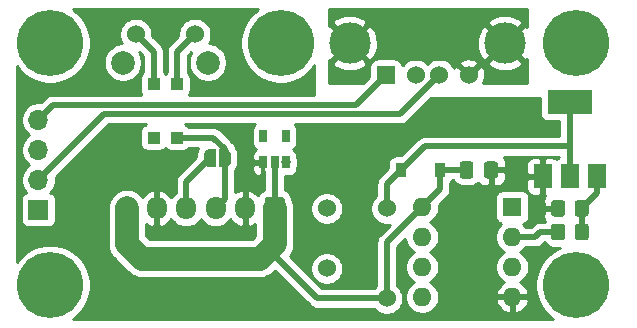
<source format=gbl>
G04 #@! TF.GenerationSoftware,KiCad,Pcbnew,5.1.9+dfsg1-1+deb11u1*
G04 #@! TF.CreationDate,2023-07-30T21:54:34+09:00*
G04 #@! TF.ProjectId,tablet-usb-adapter,7461626c-6574-42d7-9573-622d61646170,rev?*
G04 #@! TF.SameCoordinates,Original*
G04 #@! TF.FileFunction,Copper,L2,Bot*
G04 #@! TF.FilePolarity,Positive*
%FSLAX46Y46*%
G04 Gerber Fmt 4.6, Leading zero omitted, Abs format (unit mm)*
G04 Created by KiCad (PCBNEW 5.1.9+dfsg1-1+deb11u1) date 2023-07-30 21:54:34*
%MOMM*%
%LPD*%
G01*
G04 APERTURE LIST*
G04 #@! TA.AperFunction,ComponentPad*
%ADD10C,5.600000*%
G04 #@! TD*
G04 #@! TA.AperFunction,ComponentPad*
%ADD11R,1.700000X1.700000*%
G04 #@! TD*
G04 #@! TA.AperFunction,ComponentPad*
%ADD12O,1.700000X1.700000*%
G04 #@! TD*
G04 #@! TA.AperFunction,ComponentPad*
%ADD13O,1.700000X1.950000*%
G04 #@! TD*
G04 #@! TA.AperFunction,ComponentPad*
%ADD14C,3.500000*%
G04 #@! TD*
G04 #@! TA.AperFunction,ComponentPad*
%ADD15R,1.524000X1.524000*%
G04 #@! TD*
G04 #@! TA.AperFunction,ComponentPad*
%ADD16C,1.524000*%
G04 #@! TD*
G04 #@! TA.AperFunction,SMDPad,CuDef*
%ADD17R,3.800000X2.000000*%
G04 #@! TD*
G04 #@! TA.AperFunction,SMDPad,CuDef*
%ADD18R,1.500000X2.000000*%
G04 #@! TD*
G04 #@! TA.AperFunction,ComponentPad*
%ADD19R,1.600000X1.600000*%
G04 #@! TD*
G04 #@! TA.AperFunction,ComponentPad*
%ADD20O,1.600000X1.600000*%
G04 #@! TD*
G04 #@! TA.AperFunction,SMDPad,CuDef*
%ADD21R,0.900000X1.200000*%
G04 #@! TD*
G04 #@! TA.AperFunction,SMDPad,CuDef*
%ADD22C,0.100000*%
G04 #@! TD*
G04 #@! TA.AperFunction,ComponentPad*
%ADD23C,2.000000*%
G04 #@! TD*
G04 #@! TA.AperFunction,SMDPad,CuDef*
%ADD24R,0.650000X1.060000*%
G04 #@! TD*
G04 #@! TA.AperFunction,ComponentPad*
%ADD25R,1.000000X1.000000*%
G04 #@! TD*
G04 #@! TA.AperFunction,ViaPad*
%ADD26C,0.800000*%
G04 #@! TD*
G04 #@! TA.AperFunction,Conductor*
%ADD27C,0.500000*%
G04 #@! TD*
G04 #@! TA.AperFunction,Conductor*
%ADD28C,2.000000*%
G04 #@! TD*
G04 #@! TA.AperFunction,Conductor*
%ADD29C,0.250000*%
G04 #@! TD*
G04 #@! TA.AperFunction,Conductor*
%ADD30C,0.254000*%
G04 #@! TD*
G04 #@! TA.AperFunction,Conductor*
%ADD31C,0.100000*%
G04 #@! TD*
G04 APERTURE END LIST*
D10*
X119000000Y-67500000D03*
X99500000Y-88000000D03*
X144000000Y-88000000D03*
X144000000Y-67500000D03*
X99500000Y-67500000D03*
G04 #@! TA.AperFunction,SMDPad,CuDef*
G36*
G01*
X145100000Y-81049999D02*
X145100000Y-81950001D01*
G75*
G02*
X144850001Y-82200000I-249999J0D01*
G01*
X144149999Y-82200000D01*
G75*
G02*
X143900000Y-81950001I0J249999D01*
G01*
X143900000Y-81049999D01*
G75*
G02*
X144149999Y-80800000I249999J0D01*
G01*
X144850001Y-80800000D01*
G75*
G02*
X145100000Y-81049999I0J-249999D01*
G01*
G37*
G04 #@! TD.AperFunction*
G04 #@! TA.AperFunction,SMDPad,CuDef*
G36*
G01*
X143100000Y-81049999D02*
X143100000Y-81950001D01*
G75*
G02*
X142850001Y-82200000I-249999J0D01*
G01*
X142149999Y-82200000D01*
G75*
G02*
X141900000Y-81950001I0J249999D01*
G01*
X141900000Y-81049999D01*
G75*
G02*
X142149999Y-80800000I249999J0D01*
G01*
X142850001Y-80800000D01*
G75*
G02*
X143100000Y-81049999I0J-249999D01*
G01*
G37*
G04 #@! TD.AperFunction*
G04 #@! TA.AperFunction,SMDPad,CuDef*
G36*
G01*
X134162500Y-78725000D02*
X134162500Y-77775000D01*
G75*
G02*
X134412500Y-77525000I250000J0D01*
G01*
X135087500Y-77525000D01*
G75*
G02*
X135337500Y-77775000I0J-250000D01*
G01*
X135337500Y-78725000D01*
G75*
G02*
X135087500Y-78975000I-250000J0D01*
G01*
X134412500Y-78975000D01*
G75*
G02*
X134162500Y-78725000I0J250000D01*
G01*
G37*
G04 #@! TD.AperFunction*
G04 #@! TA.AperFunction,SMDPad,CuDef*
G36*
G01*
X136237500Y-78725000D02*
X136237500Y-77775000D01*
G75*
G02*
X136487500Y-77525000I250000J0D01*
G01*
X137162500Y-77525000D01*
G75*
G02*
X137412500Y-77775000I0J-250000D01*
G01*
X137412500Y-78725000D01*
G75*
G02*
X137162500Y-78975000I-250000J0D01*
G01*
X136487500Y-78975000D01*
G75*
G02*
X136237500Y-78725000I0J250000D01*
G01*
G37*
G04 #@! TD.AperFunction*
D11*
X98500000Y-81620000D03*
D12*
X98500000Y-79080000D03*
X98500000Y-76540000D03*
X98500000Y-74000000D03*
G04 #@! TA.AperFunction,ComponentPad*
G36*
G01*
X119350000Y-80775000D02*
X119350000Y-82225000D01*
G75*
G02*
X119100000Y-82475000I-250000J0D01*
G01*
X117900000Y-82475000D01*
G75*
G02*
X117650000Y-82225000I0J250000D01*
G01*
X117650000Y-80775000D01*
G75*
G02*
X117900000Y-80525000I250000J0D01*
G01*
X119100000Y-80525000D01*
G75*
G02*
X119350000Y-80775000I0J-250000D01*
G01*
G37*
G04 #@! TD.AperFunction*
D13*
X116000000Y-81500000D03*
X113500000Y-81500000D03*
X111000000Y-81500000D03*
X108500000Y-81500000D03*
X106000000Y-81500000D03*
D14*
X138000000Y-67500000D03*
X124860000Y-67500000D03*
D15*
X127930000Y-70210000D03*
D16*
X130430000Y-70210000D03*
X132430000Y-70210000D03*
X134930000Y-70210000D03*
D17*
X143500000Y-72500000D03*
D18*
X143500000Y-78800000D03*
X141200000Y-78800000D03*
X145800000Y-78800000D03*
G04 #@! TA.AperFunction,SMDPad,CuDef*
G36*
G01*
X143100000Y-83049999D02*
X143100000Y-83950001D01*
G75*
G02*
X142850001Y-84200000I-249999J0D01*
G01*
X142149999Y-84200000D01*
G75*
G02*
X141900000Y-83950001I0J249999D01*
G01*
X141900000Y-83049999D01*
G75*
G02*
X142149999Y-82800000I249999J0D01*
G01*
X142850001Y-82800000D01*
G75*
G02*
X143100000Y-83049999I0J-249999D01*
G01*
G37*
G04 #@! TD.AperFunction*
G04 #@! TA.AperFunction,SMDPad,CuDef*
G36*
G01*
X145100000Y-83049999D02*
X145100000Y-83950001D01*
G75*
G02*
X144850001Y-84200000I-249999J0D01*
G01*
X144149999Y-84200000D01*
G75*
G02*
X143900000Y-83950001I0J249999D01*
G01*
X143900000Y-83049999D01*
G75*
G02*
X144149999Y-82800000I249999J0D01*
G01*
X144850001Y-82800000D01*
G75*
G02*
X145100000Y-83049999I0J-249999D01*
G01*
G37*
G04 #@! TD.AperFunction*
D19*
X138620000Y-81380000D03*
D20*
X131000000Y-89000000D03*
X138620000Y-83920000D03*
X131000000Y-86460000D03*
X138620000Y-86460000D03*
X131000000Y-83920000D03*
X138620000Y-89000000D03*
X131000000Y-81380000D03*
D21*
X129200000Y-78250000D03*
X132500000Y-78250000D03*
D16*
X122920000Y-81500000D03*
X128000000Y-81500000D03*
X122920000Y-86580000D03*
X128000000Y-89120000D03*
G04 #@! TA.AperFunction,SMDPad,CuDef*
D22*
G36*
X113500000Y-78000000D02*
G01*
X113000000Y-78000000D01*
X113000000Y-77999398D01*
X112975466Y-77999398D01*
X112926635Y-77994588D01*
X112878510Y-77985016D01*
X112831555Y-77970772D01*
X112786222Y-77951995D01*
X112742949Y-77928864D01*
X112702150Y-77901604D01*
X112664221Y-77870476D01*
X112629524Y-77835779D01*
X112598396Y-77797850D01*
X112571136Y-77757051D01*
X112548005Y-77713778D01*
X112529228Y-77668445D01*
X112514984Y-77621490D01*
X112505412Y-77573365D01*
X112500602Y-77524534D01*
X112500602Y-77500000D01*
X112500000Y-77500000D01*
X112500000Y-77000000D01*
X112500602Y-77000000D01*
X112500602Y-76975466D01*
X112505412Y-76926635D01*
X112514984Y-76878510D01*
X112529228Y-76831555D01*
X112548005Y-76786222D01*
X112571136Y-76742949D01*
X112598396Y-76702150D01*
X112629524Y-76664221D01*
X112664221Y-76629524D01*
X112702150Y-76598396D01*
X112742949Y-76571136D01*
X112786222Y-76548005D01*
X112831555Y-76529228D01*
X112878510Y-76514984D01*
X112926635Y-76505412D01*
X112975466Y-76500602D01*
X113000000Y-76500602D01*
X113000000Y-76500000D01*
X113500000Y-76500000D01*
X113500000Y-78000000D01*
G37*
G04 #@! TD.AperFunction*
G04 #@! TA.AperFunction,SMDPad,CuDef*
G36*
X114300000Y-76500602D02*
G01*
X114324534Y-76500602D01*
X114373365Y-76505412D01*
X114421490Y-76514984D01*
X114468445Y-76529228D01*
X114513778Y-76548005D01*
X114557051Y-76571136D01*
X114597850Y-76598396D01*
X114635779Y-76629524D01*
X114670476Y-76664221D01*
X114701604Y-76702150D01*
X114728864Y-76742949D01*
X114751995Y-76786222D01*
X114770772Y-76831555D01*
X114785016Y-76878510D01*
X114794588Y-76926635D01*
X114799398Y-76975466D01*
X114799398Y-77000000D01*
X114800000Y-77000000D01*
X114800000Y-77500000D01*
X114799398Y-77500000D01*
X114799398Y-77524534D01*
X114794588Y-77573365D01*
X114785016Y-77621490D01*
X114770772Y-77668445D01*
X114751995Y-77713778D01*
X114728864Y-77757051D01*
X114701604Y-77797850D01*
X114670476Y-77835779D01*
X114635779Y-77870476D01*
X114597850Y-77901604D01*
X114557051Y-77928864D01*
X114513778Y-77951995D01*
X114468445Y-77970772D01*
X114421490Y-77985016D01*
X114373365Y-77994588D01*
X114324534Y-77999398D01*
X114300000Y-77999398D01*
X114300000Y-78000000D01*
X113800000Y-78000000D01*
X113800000Y-76500000D01*
X114300000Y-76500000D01*
X114300000Y-76500602D01*
G37*
G04 #@! TD.AperFunction*
D16*
X111750000Y-66750000D03*
X106750000Y-66750000D03*
D23*
X112850000Y-69150000D03*
X105650000Y-69150000D03*
D24*
X119450000Y-77600000D03*
X118500000Y-77600000D03*
X117550000Y-77600000D03*
X117550000Y-75400000D03*
X119450000Y-75400000D03*
D25*
X108250000Y-75500000D03*
X110250000Y-71000000D03*
X108250000Y-71000000D03*
X110250000Y-75500000D03*
D26*
X108500000Y-83500000D03*
X111000000Y-83500000D03*
X113500000Y-83500000D03*
X116000000Y-83500000D03*
X123000000Y-84000000D03*
X119450000Y-77600000D03*
D27*
X132430000Y-70210000D02*
X129140000Y-73500000D01*
X104080000Y-73500000D02*
X98500000Y-79080000D01*
X129140000Y-73500000D02*
X104080000Y-73500000D01*
X98500000Y-74000000D02*
X99750000Y-72750000D01*
X125390000Y-72750000D02*
X127930000Y-70210000D01*
X99750000Y-72750000D02*
X125390000Y-72750000D01*
X98500000Y-81620000D02*
X98500000Y-81500000D01*
D28*
X118500000Y-84500000D02*
X118500000Y-81500000D01*
X107250000Y-85750000D02*
X117250000Y-85750000D01*
X106000000Y-84500000D02*
X107250000Y-85750000D01*
X117250000Y-85750000D02*
X118500000Y-84500000D01*
X106000000Y-81500000D02*
X106000000Y-84500000D01*
D27*
X131000000Y-81380000D02*
X128000000Y-84380000D01*
X128000000Y-84380000D02*
X128000000Y-89120000D01*
X118500000Y-81500000D02*
X118500000Y-85500000D01*
X122120000Y-89120000D02*
X128000000Y-89120000D01*
X118500000Y-85500000D02*
X122120000Y-89120000D01*
X118500000Y-77600000D02*
X118500000Y-81500000D01*
X132500000Y-79880000D02*
X131000000Y-81380000D01*
X132500000Y-78250000D02*
X132500000Y-79880000D01*
X132500000Y-78250000D02*
X134750000Y-78250000D01*
D29*
X116000000Y-81500000D02*
X116000000Y-82000000D01*
D27*
X128000000Y-79450000D02*
X129200000Y-78250000D01*
X128000000Y-81500000D02*
X128000000Y-79450000D01*
X131200000Y-76250000D02*
X129200000Y-78250000D01*
X143500000Y-76250000D02*
X131200000Y-76250000D01*
X143500000Y-72500000D02*
X143500000Y-76250000D01*
X143500000Y-76250000D02*
X143500000Y-78800000D01*
X114300000Y-80700000D02*
X114300000Y-77250000D01*
X113500000Y-81500000D02*
X114300000Y-80700000D01*
X113297592Y-75500000D02*
X110250000Y-75500000D01*
X114300000Y-76502408D02*
X113297592Y-75500000D01*
X114300000Y-77250000D02*
X114300000Y-76502408D01*
X111000000Y-81500000D02*
X111250000Y-81500000D01*
X111000000Y-79250000D02*
X113000000Y-77250000D01*
X111000000Y-81500000D02*
X111000000Y-79250000D01*
X144500000Y-83500000D02*
X144500000Y-81500000D01*
X145800000Y-80200000D02*
X145800000Y-78800000D01*
X144500000Y-81500000D02*
X145800000Y-80200000D01*
X142500000Y-83500000D02*
X141000000Y-83500000D01*
X140580000Y-83920000D02*
X138620000Y-83920000D01*
X141000000Y-83500000D02*
X140580000Y-83920000D01*
X110250000Y-68250000D02*
X111750000Y-66750000D01*
X110250000Y-71000000D02*
X110250000Y-68250000D01*
X108250000Y-68250000D02*
X106750000Y-66750000D01*
X108250000Y-71000000D02*
X108250000Y-68250000D01*
D30*
X139873000Y-66120932D02*
X139669609Y-66009997D01*
X138179605Y-67500000D01*
X139669609Y-68990003D01*
X139873000Y-68879068D01*
X139873000Y-70873000D01*
X136161979Y-70873000D01*
X136252756Y-70679952D01*
X136319023Y-70412865D01*
X136331910Y-70137983D01*
X136290922Y-69865867D01*
X136197636Y-69606977D01*
X136135656Y-69491020D01*
X135895565Y-69424040D01*
X135109605Y-70210000D01*
X135123748Y-70224143D01*
X134944143Y-70403748D01*
X134930000Y-70389605D01*
X134915858Y-70403748D01*
X134736253Y-70224143D01*
X134750395Y-70210000D01*
X133964435Y-69424040D01*
X133724344Y-69491020D01*
X133681782Y-69581533D01*
X133668005Y-69548273D01*
X133515120Y-69319465D01*
X133440090Y-69244435D01*
X134144040Y-69244435D01*
X134930000Y-70030395D01*
X135715960Y-69244435D01*
X135695086Y-69169609D01*
X136509997Y-69169609D01*
X136696073Y-69510766D01*
X137113409Y-69726513D01*
X137564815Y-69856696D01*
X138032946Y-69896313D01*
X138499811Y-69843842D01*
X138947468Y-69701297D01*
X139303927Y-69510766D01*
X139490003Y-69169609D01*
X138000000Y-67679605D01*
X136509997Y-69169609D01*
X135695086Y-69169609D01*
X135648980Y-69004344D01*
X135399952Y-68887244D01*
X135132865Y-68820977D01*
X134857983Y-68808090D01*
X134585867Y-68849078D01*
X134326977Y-68942364D01*
X134211020Y-69004344D01*
X134144040Y-69244435D01*
X133440090Y-69244435D01*
X133320535Y-69124880D01*
X133091727Y-68971995D01*
X132837490Y-68866686D01*
X132567592Y-68813000D01*
X132292408Y-68813000D01*
X132022510Y-68866686D01*
X131768273Y-68971995D01*
X131539465Y-69124880D01*
X131430000Y-69234345D01*
X131320535Y-69124880D01*
X131091727Y-68971995D01*
X130837490Y-68866686D01*
X130567592Y-68813000D01*
X130292408Y-68813000D01*
X130022510Y-68866686D01*
X129768273Y-68971995D01*
X129539465Y-69124880D01*
X129344880Y-69319465D01*
X129320941Y-69355292D01*
X129317812Y-69323518D01*
X129281502Y-69203820D01*
X129222537Y-69093506D01*
X129143185Y-68996815D01*
X129046494Y-68917463D01*
X128936180Y-68858498D01*
X128816482Y-68822188D01*
X128692000Y-68809928D01*
X127168000Y-68809928D01*
X127043518Y-68822188D01*
X126923820Y-68858498D01*
X126813506Y-68917463D01*
X126716815Y-68996815D01*
X126637463Y-69093506D01*
X126578498Y-69203820D01*
X126542188Y-69323518D01*
X126529928Y-69448000D01*
X126529928Y-70358493D01*
X126015421Y-70873000D01*
X123127000Y-70873000D01*
X123127000Y-69169609D01*
X123369997Y-69169609D01*
X123556073Y-69510766D01*
X123973409Y-69726513D01*
X124424815Y-69856696D01*
X124892946Y-69896313D01*
X125359811Y-69843842D01*
X125807468Y-69701297D01*
X126163927Y-69510766D01*
X126350003Y-69169609D01*
X124860000Y-67679605D01*
X123369997Y-69169609D01*
X123127000Y-69169609D01*
X123127000Y-68955428D01*
X123190391Y-68990003D01*
X124680395Y-67500000D01*
X125039605Y-67500000D01*
X126529609Y-68990003D01*
X126870766Y-68803927D01*
X127086513Y-68386591D01*
X127216696Y-67935185D01*
X127250736Y-67532946D01*
X135603687Y-67532946D01*
X135656158Y-67999811D01*
X135798703Y-68447468D01*
X135989234Y-68803927D01*
X136330391Y-68990003D01*
X137820395Y-67500000D01*
X136330391Y-66009997D01*
X135989234Y-66196073D01*
X135773487Y-66613409D01*
X135643304Y-67064815D01*
X135603687Y-67532946D01*
X127250736Y-67532946D01*
X127256313Y-67467054D01*
X127203842Y-67000189D01*
X127061297Y-66552532D01*
X126870766Y-66196073D01*
X126529609Y-66009997D01*
X125039605Y-67500000D01*
X124680395Y-67500000D01*
X123190391Y-66009997D01*
X123127000Y-66044572D01*
X123127000Y-65830391D01*
X123369997Y-65830391D01*
X124860000Y-67320395D01*
X126350003Y-65830391D01*
X136509997Y-65830391D01*
X138000000Y-67320395D01*
X139490003Y-65830391D01*
X139303927Y-65489234D01*
X138886591Y-65273487D01*
X138435185Y-65143304D01*
X137967054Y-65103687D01*
X137500189Y-65156158D01*
X137052532Y-65298703D01*
X136696073Y-65489234D01*
X136509997Y-65830391D01*
X126350003Y-65830391D01*
X126163927Y-65489234D01*
X125746591Y-65273487D01*
X125295185Y-65143304D01*
X124827054Y-65103687D01*
X124360189Y-65156158D01*
X123912532Y-65298703D01*
X123556073Y-65489234D01*
X123369997Y-65830391D01*
X123127000Y-65830391D01*
X123127000Y-64660000D01*
X139873000Y-64660000D01*
X139873000Y-66120932D01*
G04 #@! TA.AperFunction,Conductor*
D31*
G36*
X139873000Y-66120932D02*
G01*
X139669609Y-66009997D01*
X138179605Y-67500000D01*
X139669609Y-68990003D01*
X139873000Y-68879068D01*
X139873000Y-70873000D01*
X136161979Y-70873000D01*
X136252756Y-70679952D01*
X136319023Y-70412865D01*
X136331910Y-70137983D01*
X136290922Y-69865867D01*
X136197636Y-69606977D01*
X136135656Y-69491020D01*
X135895565Y-69424040D01*
X135109605Y-70210000D01*
X135123748Y-70224143D01*
X134944143Y-70403748D01*
X134930000Y-70389605D01*
X134915858Y-70403748D01*
X134736253Y-70224143D01*
X134750395Y-70210000D01*
X133964435Y-69424040D01*
X133724344Y-69491020D01*
X133681782Y-69581533D01*
X133668005Y-69548273D01*
X133515120Y-69319465D01*
X133440090Y-69244435D01*
X134144040Y-69244435D01*
X134930000Y-70030395D01*
X135715960Y-69244435D01*
X135695086Y-69169609D01*
X136509997Y-69169609D01*
X136696073Y-69510766D01*
X137113409Y-69726513D01*
X137564815Y-69856696D01*
X138032946Y-69896313D01*
X138499811Y-69843842D01*
X138947468Y-69701297D01*
X139303927Y-69510766D01*
X139490003Y-69169609D01*
X138000000Y-67679605D01*
X136509997Y-69169609D01*
X135695086Y-69169609D01*
X135648980Y-69004344D01*
X135399952Y-68887244D01*
X135132865Y-68820977D01*
X134857983Y-68808090D01*
X134585867Y-68849078D01*
X134326977Y-68942364D01*
X134211020Y-69004344D01*
X134144040Y-69244435D01*
X133440090Y-69244435D01*
X133320535Y-69124880D01*
X133091727Y-68971995D01*
X132837490Y-68866686D01*
X132567592Y-68813000D01*
X132292408Y-68813000D01*
X132022510Y-68866686D01*
X131768273Y-68971995D01*
X131539465Y-69124880D01*
X131430000Y-69234345D01*
X131320535Y-69124880D01*
X131091727Y-68971995D01*
X130837490Y-68866686D01*
X130567592Y-68813000D01*
X130292408Y-68813000D01*
X130022510Y-68866686D01*
X129768273Y-68971995D01*
X129539465Y-69124880D01*
X129344880Y-69319465D01*
X129320941Y-69355292D01*
X129317812Y-69323518D01*
X129281502Y-69203820D01*
X129222537Y-69093506D01*
X129143185Y-68996815D01*
X129046494Y-68917463D01*
X128936180Y-68858498D01*
X128816482Y-68822188D01*
X128692000Y-68809928D01*
X127168000Y-68809928D01*
X127043518Y-68822188D01*
X126923820Y-68858498D01*
X126813506Y-68917463D01*
X126716815Y-68996815D01*
X126637463Y-69093506D01*
X126578498Y-69203820D01*
X126542188Y-69323518D01*
X126529928Y-69448000D01*
X126529928Y-70358493D01*
X126015421Y-70873000D01*
X123127000Y-70873000D01*
X123127000Y-69169609D01*
X123369997Y-69169609D01*
X123556073Y-69510766D01*
X123973409Y-69726513D01*
X124424815Y-69856696D01*
X124892946Y-69896313D01*
X125359811Y-69843842D01*
X125807468Y-69701297D01*
X126163927Y-69510766D01*
X126350003Y-69169609D01*
X124860000Y-67679605D01*
X123369997Y-69169609D01*
X123127000Y-69169609D01*
X123127000Y-68955428D01*
X123190391Y-68990003D01*
X124680395Y-67500000D01*
X125039605Y-67500000D01*
X126529609Y-68990003D01*
X126870766Y-68803927D01*
X127086513Y-68386591D01*
X127216696Y-67935185D01*
X127250736Y-67532946D01*
X135603687Y-67532946D01*
X135656158Y-67999811D01*
X135798703Y-68447468D01*
X135989234Y-68803927D01*
X136330391Y-68990003D01*
X137820395Y-67500000D01*
X136330391Y-66009997D01*
X135989234Y-66196073D01*
X135773487Y-66613409D01*
X135643304Y-67064815D01*
X135603687Y-67532946D01*
X127250736Y-67532946D01*
X127256313Y-67467054D01*
X127203842Y-67000189D01*
X127061297Y-66552532D01*
X126870766Y-66196073D01*
X126529609Y-66009997D01*
X125039605Y-67500000D01*
X124680395Y-67500000D01*
X123190391Y-66009997D01*
X123127000Y-66044572D01*
X123127000Y-65830391D01*
X123369997Y-65830391D01*
X124860000Y-67320395D01*
X126350003Y-65830391D01*
X136509997Y-65830391D01*
X138000000Y-67320395D01*
X139490003Y-65830391D01*
X139303927Y-65489234D01*
X138886591Y-65273487D01*
X138435185Y-65143304D01*
X137967054Y-65103687D01*
X137500189Y-65156158D01*
X137052532Y-65298703D01*
X136696073Y-65489234D01*
X136509997Y-65830391D01*
X126350003Y-65830391D01*
X126163927Y-65489234D01*
X125746591Y-65273487D01*
X125295185Y-65143304D01*
X124827054Y-65103687D01*
X124360189Y-65156158D01*
X123912532Y-65298703D01*
X123556073Y-65489234D01*
X123369997Y-65830391D01*
X123127000Y-65830391D01*
X123127000Y-64660000D01*
X139873000Y-64660000D01*
X139873000Y-66120932D01*
G37*
G04 #@! TD.AperFunction*
D30*
X116810315Y-64831862D02*
X116331862Y-65310315D01*
X115955943Y-65872918D01*
X115697006Y-66498048D01*
X115565000Y-67161682D01*
X115565000Y-67838318D01*
X115697006Y-68501952D01*
X115955943Y-69127082D01*
X116331862Y-69689685D01*
X116810315Y-70168138D01*
X117372918Y-70544057D01*
X117998048Y-70802994D01*
X118661682Y-70935000D01*
X119338318Y-70935000D01*
X120001952Y-70802994D01*
X120627082Y-70544057D01*
X121189685Y-70168138D01*
X121668138Y-69689685D01*
X121873000Y-69383087D01*
X121873000Y-71865000D01*
X111271915Y-71865000D01*
X111280537Y-71854494D01*
X111339502Y-71744180D01*
X111375812Y-71624482D01*
X111388072Y-71500000D01*
X111388072Y-70500000D01*
X111375812Y-70375518D01*
X111339502Y-70255820D01*
X111280537Y-70145506D01*
X111201185Y-70048815D01*
X111135000Y-69994499D01*
X111135000Y-68616578D01*
X111451506Y-68300073D01*
X111401082Y-68375537D01*
X111277832Y-68673088D01*
X111215000Y-68988967D01*
X111215000Y-69311033D01*
X111277832Y-69626912D01*
X111401082Y-69924463D01*
X111580013Y-70192252D01*
X111807748Y-70419987D01*
X112075537Y-70598918D01*
X112373088Y-70722168D01*
X112688967Y-70785000D01*
X113011033Y-70785000D01*
X113326912Y-70722168D01*
X113624463Y-70598918D01*
X113892252Y-70419987D01*
X114119987Y-70192252D01*
X114298918Y-69924463D01*
X114422168Y-69626912D01*
X114485000Y-69311033D01*
X114485000Y-68988967D01*
X114422168Y-68673088D01*
X114298918Y-68375537D01*
X114119987Y-68107748D01*
X113892252Y-67880013D01*
X113624463Y-67701082D01*
X113326912Y-67577832D01*
X113011033Y-67515000D01*
X112919000Y-67515000D01*
X112988005Y-67411727D01*
X113093314Y-67157490D01*
X113147000Y-66887592D01*
X113147000Y-66612408D01*
X113093314Y-66342510D01*
X112988005Y-66088273D01*
X112835120Y-65859465D01*
X112640535Y-65664880D01*
X112411727Y-65511995D01*
X112157490Y-65406686D01*
X111887592Y-65353000D01*
X111612408Y-65353000D01*
X111342510Y-65406686D01*
X111088273Y-65511995D01*
X110859465Y-65664880D01*
X110664880Y-65859465D01*
X110511995Y-66088273D01*
X110406686Y-66342510D01*
X110353000Y-66612408D01*
X110353000Y-66887592D01*
X110354299Y-66894123D01*
X109654951Y-67593471D01*
X109621184Y-67621183D01*
X109593471Y-67654951D01*
X109593468Y-67654954D01*
X109510590Y-67755941D01*
X109428412Y-67909687D01*
X109377805Y-68076510D01*
X109360719Y-68250000D01*
X109365001Y-68293479D01*
X109365000Y-69994498D01*
X109298815Y-70048815D01*
X109250000Y-70108296D01*
X109201185Y-70048815D01*
X109135000Y-69994499D01*
X109135000Y-68293465D01*
X109139281Y-68249999D01*
X109135000Y-68206533D01*
X109135000Y-68206523D01*
X109122195Y-68076510D01*
X109071589Y-67909687D01*
X108989411Y-67755941D01*
X108919482Y-67670733D01*
X108906532Y-67654953D01*
X108906530Y-67654951D01*
X108878817Y-67621183D01*
X108845049Y-67593470D01*
X108145701Y-66894122D01*
X108147000Y-66887592D01*
X108147000Y-66612408D01*
X108093314Y-66342510D01*
X107988005Y-66088273D01*
X107835120Y-65859465D01*
X107640535Y-65664880D01*
X107411727Y-65511995D01*
X107157490Y-65406686D01*
X106887592Y-65353000D01*
X106612408Y-65353000D01*
X106342510Y-65406686D01*
X106088273Y-65511995D01*
X105859465Y-65664880D01*
X105664880Y-65859465D01*
X105511995Y-66088273D01*
X105406686Y-66342510D01*
X105353000Y-66612408D01*
X105353000Y-66887592D01*
X105406686Y-67157490D01*
X105511995Y-67411727D01*
X105581000Y-67515000D01*
X105488967Y-67515000D01*
X105173088Y-67577832D01*
X104875537Y-67701082D01*
X104607748Y-67880013D01*
X104380013Y-68107748D01*
X104201082Y-68375537D01*
X104077832Y-68673088D01*
X104015000Y-68988967D01*
X104015000Y-69311033D01*
X104077832Y-69626912D01*
X104201082Y-69924463D01*
X104380013Y-70192252D01*
X104607748Y-70419987D01*
X104875537Y-70598918D01*
X105173088Y-70722168D01*
X105488967Y-70785000D01*
X105811033Y-70785000D01*
X106126912Y-70722168D01*
X106424463Y-70598918D01*
X106692252Y-70419987D01*
X106919987Y-70192252D01*
X107098918Y-69924463D01*
X107222168Y-69626912D01*
X107285000Y-69311033D01*
X107285000Y-68988967D01*
X107222168Y-68673088D01*
X107098918Y-68375537D01*
X107048495Y-68300073D01*
X107365001Y-68616580D01*
X107365000Y-69994498D01*
X107298815Y-70048815D01*
X107219463Y-70145506D01*
X107160498Y-70255820D01*
X107124188Y-70375518D01*
X107111928Y-70500000D01*
X107111928Y-71500000D01*
X107124188Y-71624482D01*
X107160498Y-71744180D01*
X107219463Y-71854494D01*
X107228085Y-71865000D01*
X99793469Y-71865000D01*
X99750000Y-71860719D01*
X99706531Y-71865000D01*
X99706523Y-71865000D01*
X99591306Y-71876348D01*
X99576509Y-71877805D01*
X99538676Y-71889282D01*
X99409687Y-71928411D01*
X99255941Y-72010589D01*
X99255939Y-72010590D01*
X99255940Y-72010590D01*
X99154953Y-72093468D01*
X99154951Y-72093470D01*
X99121183Y-72121183D01*
X99093470Y-72154951D01*
X98718960Y-72529461D01*
X98646260Y-72515000D01*
X98353740Y-72515000D01*
X98066842Y-72572068D01*
X97796589Y-72684010D01*
X97553368Y-72846525D01*
X97346525Y-73053368D01*
X97184010Y-73296589D01*
X97072068Y-73566842D01*
X97015000Y-73853740D01*
X97015000Y-74146260D01*
X97072068Y-74433158D01*
X97184010Y-74703411D01*
X97346525Y-74946632D01*
X97553368Y-75153475D01*
X97727760Y-75270000D01*
X97553368Y-75386525D01*
X97346525Y-75593368D01*
X97184010Y-75836589D01*
X97072068Y-76106842D01*
X97015000Y-76393740D01*
X97015000Y-76686260D01*
X97072068Y-76973158D01*
X97184010Y-77243411D01*
X97346525Y-77486632D01*
X97553368Y-77693475D01*
X97727760Y-77810000D01*
X97553368Y-77926525D01*
X97346525Y-78133368D01*
X97184010Y-78376589D01*
X97072068Y-78646842D01*
X97015000Y-78933740D01*
X97015000Y-79226260D01*
X97072068Y-79513158D01*
X97184010Y-79783411D01*
X97346525Y-80026632D01*
X97478380Y-80158487D01*
X97405820Y-80180498D01*
X97295506Y-80239463D01*
X97198815Y-80318815D01*
X97119463Y-80415506D01*
X97060498Y-80525820D01*
X97024188Y-80645518D01*
X97011928Y-80770000D01*
X97011928Y-82470000D01*
X97024188Y-82594482D01*
X97060498Y-82714180D01*
X97119463Y-82824494D01*
X97198815Y-82921185D01*
X97295506Y-83000537D01*
X97405820Y-83059502D01*
X97525518Y-83095812D01*
X97650000Y-83108072D01*
X99350000Y-83108072D01*
X99474482Y-83095812D01*
X99594180Y-83059502D01*
X99704494Y-83000537D01*
X99801185Y-82921185D01*
X99880537Y-82824494D01*
X99939502Y-82714180D01*
X99975812Y-82594482D01*
X99988072Y-82470000D01*
X99988072Y-80770000D01*
X99975812Y-80645518D01*
X99939502Y-80525820D01*
X99880537Y-80415506D01*
X99801185Y-80318815D01*
X99704494Y-80239463D01*
X99594180Y-80180498D01*
X99521620Y-80158487D01*
X99653475Y-80026632D01*
X99815990Y-79783411D01*
X99927932Y-79513158D01*
X99985000Y-79226260D01*
X99985000Y-78933740D01*
X99970539Y-78861039D01*
X104446579Y-74385000D01*
X107589876Y-74385000D01*
X107505820Y-74410498D01*
X107395506Y-74469463D01*
X107298815Y-74548815D01*
X107219463Y-74645506D01*
X107160498Y-74755820D01*
X107124188Y-74875518D01*
X107111928Y-75000000D01*
X107111928Y-76000000D01*
X107124188Y-76124482D01*
X107160498Y-76244180D01*
X107219463Y-76354494D01*
X107298815Y-76451185D01*
X107395506Y-76530537D01*
X107505820Y-76589502D01*
X107625518Y-76625812D01*
X107750000Y-76638072D01*
X108750000Y-76638072D01*
X108874482Y-76625812D01*
X108994180Y-76589502D01*
X109104494Y-76530537D01*
X109201185Y-76451185D01*
X109250000Y-76391704D01*
X109298815Y-76451185D01*
X109395506Y-76530537D01*
X109505820Y-76589502D01*
X109625518Y-76625812D01*
X109750000Y-76638072D01*
X110750000Y-76638072D01*
X110874482Y-76625812D01*
X110994180Y-76589502D01*
X111104494Y-76530537D01*
X111201185Y-76451185D01*
X111255501Y-76385000D01*
X112045078Y-76385000D01*
X112028502Y-76409808D01*
X111969536Y-76520125D01*
X111932027Y-76610681D01*
X111895718Y-76730377D01*
X111876596Y-76826510D01*
X111864336Y-76950991D01*
X111864336Y-76975550D01*
X111861928Y-77000000D01*
X111861928Y-77136493D01*
X110404951Y-78593471D01*
X110371184Y-78621183D01*
X110343471Y-78654951D01*
X110343468Y-78654954D01*
X110260590Y-78755941D01*
X110178412Y-78909687D01*
X110127805Y-79076510D01*
X110110719Y-79250000D01*
X110115001Y-79293479D01*
X110115001Y-80180241D01*
X109944866Y-80319866D01*
X109759294Y-80545986D01*
X109745538Y-80571722D01*
X109589049Y-80365571D01*
X109371193Y-80172504D01*
X109119858Y-80025648D01*
X108856890Y-79933524D01*
X108627000Y-80054845D01*
X108627000Y-81373000D01*
X108647000Y-81373000D01*
X108647000Y-81627000D01*
X108627000Y-81627000D01*
X108627000Y-82945155D01*
X108856890Y-83066476D01*
X109119858Y-82974352D01*
X109371193Y-82827496D01*
X109589049Y-82634429D01*
X109745538Y-82428278D01*
X109759294Y-82454013D01*
X109944866Y-82680134D01*
X110170986Y-82865706D01*
X110428966Y-83003599D01*
X110708889Y-83088513D01*
X111000000Y-83117185D01*
X111291110Y-83088513D01*
X111571033Y-83003599D01*
X111829013Y-82865706D01*
X112055134Y-82680134D01*
X112240706Y-82454014D01*
X112250000Y-82436626D01*
X112259294Y-82454013D01*
X112444866Y-82680134D01*
X112670986Y-82865706D01*
X112928966Y-83003599D01*
X113208889Y-83088513D01*
X113500000Y-83117185D01*
X113791110Y-83088513D01*
X114071033Y-83003599D01*
X114329013Y-82865706D01*
X114555134Y-82680134D01*
X114740706Y-82454014D01*
X114754462Y-82428278D01*
X114910951Y-82634429D01*
X115128807Y-82827496D01*
X115380142Y-82974352D01*
X115643110Y-83066476D01*
X115873000Y-82945155D01*
X115873000Y-81627000D01*
X115853000Y-81627000D01*
X115853000Y-81373000D01*
X115873000Y-81373000D01*
X115873000Y-80054845D01*
X115643110Y-79933524D01*
X115380142Y-80025648D01*
X115185000Y-80139670D01*
X115185000Y-78210734D01*
X115217042Y-78171691D01*
X115244899Y-78130000D01*
X116586928Y-78130000D01*
X116599188Y-78254482D01*
X116635498Y-78374180D01*
X116694463Y-78484494D01*
X116773815Y-78581185D01*
X116870506Y-78660537D01*
X116980820Y-78719502D01*
X117100518Y-78755812D01*
X117225000Y-78768072D01*
X117264250Y-78765000D01*
X117423000Y-78606250D01*
X117423000Y-77727000D01*
X116748750Y-77727000D01*
X116590000Y-77885750D01*
X116586928Y-78130000D01*
X115244899Y-78130000D01*
X115271498Y-78090192D01*
X115330464Y-77979875D01*
X115367973Y-77889319D01*
X115404282Y-77769623D01*
X115423404Y-77673490D01*
X115435664Y-77549009D01*
X115435664Y-77524450D01*
X115438072Y-77500000D01*
X115438072Y-77000000D01*
X115435664Y-76975550D01*
X115435664Y-76950991D01*
X115423404Y-76826510D01*
X115404282Y-76730377D01*
X115367973Y-76610681D01*
X115330464Y-76520125D01*
X115271498Y-76409808D01*
X115217042Y-76328309D01*
X115145604Y-76241262D01*
X115121589Y-76162095D01*
X115039411Y-76008349D01*
X114959106Y-75910498D01*
X114956532Y-75907361D01*
X114956530Y-75907359D01*
X114928817Y-75873591D01*
X114895049Y-75845878D01*
X113954126Y-74904956D01*
X113926409Y-74871183D01*
X113791651Y-74760589D01*
X113637905Y-74678411D01*
X113471082Y-74627805D01*
X113341069Y-74615000D01*
X113341061Y-74615000D01*
X113297592Y-74610719D01*
X113254123Y-74615000D01*
X111255501Y-74615000D01*
X111201185Y-74548815D01*
X111104494Y-74469463D01*
X110994180Y-74410498D01*
X110910124Y-74385000D01*
X116815019Y-74385000D01*
X116773815Y-74418815D01*
X116694463Y-74515506D01*
X116635498Y-74625820D01*
X116599188Y-74745518D01*
X116586928Y-74870000D01*
X116586928Y-75930000D01*
X116599188Y-76054482D01*
X116635498Y-76174180D01*
X116694463Y-76284494D01*
X116773815Y-76381185D01*
X116870506Y-76460537D01*
X116944335Y-76500000D01*
X116870506Y-76539463D01*
X116773815Y-76618815D01*
X116694463Y-76715506D01*
X116635498Y-76825820D01*
X116599188Y-76945518D01*
X116586928Y-77070000D01*
X116590000Y-77314250D01*
X116748750Y-77473000D01*
X117423000Y-77473000D01*
X117423000Y-77453000D01*
X117536928Y-77453000D01*
X117536928Y-78130000D01*
X117549188Y-78254482D01*
X117585498Y-78374180D01*
X117615000Y-78429374D01*
X117615001Y-79937889D01*
X117560150Y-79954528D01*
X117406614Y-80036595D01*
X117272038Y-80147038D01*
X117161595Y-80281614D01*
X117105286Y-80386961D01*
X117089049Y-80365571D01*
X116871193Y-80172504D01*
X116619858Y-80025648D01*
X116356890Y-79933524D01*
X116127000Y-80054845D01*
X116127000Y-81373000D01*
X116147000Y-81373000D01*
X116147000Y-81627000D01*
X116127000Y-81627000D01*
X116127000Y-82945155D01*
X116356890Y-83066476D01*
X116619858Y-82974352D01*
X116865001Y-82831114D01*
X116865000Y-83822761D01*
X116572762Y-84115000D01*
X107927239Y-84115000D01*
X107635000Y-83822762D01*
X107635000Y-82831115D01*
X107880142Y-82974352D01*
X108143110Y-83066476D01*
X108373000Y-82945155D01*
X108373000Y-81627000D01*
X108353000Y-81627000D01*
X108353000Y-81373000D01*
X108373000Y-81373000D01*
X108373000Y-80054845D01*
X108143110Y-79933524D01*
X107880142Y-80025648D01*
X107628807Y-80172504D01*
X107410951Y-80365571D01*
X107301950Y-80509164D01*
X107161714Y-80338286D01*
X106912751Y-80133969D01*
X106628714Y-79982148D01*
X106320515Y-79888657D01*
X106000000Y-79857089D01*
X105679484Y-79888657D01*
X105371285Y-79982148D01*
X105087248Y-80133969D01*
X104838286Y-80338286D01*
X104633969Y-80587249D01*
X104482148Y-80871286D01*
X104388657Y-81179485D01*
X104365000Y-81419679D01*
X104365001Y-84419671D01*
X104357089Y-84500000D01*
X104388658Y-84820516D01*
X104482148Y-85128714D01*
X104597950Y-85345363D01*
X104633970Y-85412752D01*
X104838287Y-85661714D01*
X104900682Y-85712920D01*
X106037079Y-86849318D01*
X106088286Y-86911714D01*
X106337248Y-87116031D01*
X106621285Y-87267852D01*
X106929484Y-87361343D01*
X107169678Y-87385000D01*
X107169680Y-87385000D01*
X107250000Y-87392911D01*
X107330319Y-87385000D01*
X117169681Y-87385000D01*
X117250000Y-87392911D01*
X117330319Y-87385000D01*
X117330322Y-87385000D01*
X117570516Y-87361343D01*
X117878715Y-87267852D01*
X118162752Y-87116031D01*
X118411714Y-86911714D01*
X118462924Y-86849314D01*
X118530330Y-86781908D01*
X121463470Y-89715049D01*
X121491183Y-89748817D01*
X121524951Y-89776530D01*
X121524953Y-89776532D01*
X121593848Y-89833073D01*
X121625941Y-89859411D01*
X121779687Y-89941589D01*
X121946510Y-89992195D01*
X122076523Y-90005000D01*
X122076533Y-90005000D01*
X122119999Y-90009281D01*
X122163465Y-90005000D01*
X126911182Y-90005000D01*
X126914880Y-90010535D01*
X127109465Y-90205120D01*
X127338273Y-90358005D01*
X127592510Y-90463314D01*
X127862408Y-90517000D01*
X128137592Y-90517000D01*
X128407490Y-90463314D01*
X128661727Y-90358005D01*
X128890535Y-90205120D01*
X129085120Y-90010535D01*
X129238005Y-89781727D01*
X129343314Y-89527490D01*
X129397000Y-89257592D01*
X129397000Y-88982408D01*
X129343314Y-88712510D01*
X129238005Y-88458273D01*
X129085120Y-88229465D01*
X128890535Y-88034880D01*
X128885000Y-88031182D01*
X128885000Y-84746578D01*
X129565870Y-84065708D01*
X129620147Y-84338574D01*
X129728320Y-84599727D01*
X129885363Y-84834759D01*
X130085241Y-85034637D01*
X130317759Y-85190000D01*
X130085241Y-85345363D01*
X129885363Y-85545241D01*
X129728320Y-85780273D01*
X129620147Y-86041426D01*
X129565000Y-86318665D01*
X129565000Y-86601335D01*
X129620147Y-86878574D01*
X129728320Y-87139727D01*
X129885363Y-87374759D01*
X130085241Y-87574637D01*
X130317759Y-87730000D01*
X130085241Y-87885363D01*
X129885363Y-88085241D01*
X129728320Y-88320273D01*
X129620147Y-88581426D01*
X129565000Y-88858665D01*
X129565000Y-89141335D01*
X129620147Y-89418574D01*
X129728320Y-89679727D01*
X129885363Y-89914759D01*
X130085241Y-90114637D01*
X130320273Y-90271680D01*
X130581426Y-90379853D01*
X130858665Y-90435000D01*
X131141335Y-90435000D01*
X131418574Y-90379853D01*
X131679727Y-90271680D01*
X131914759Y-90114637D01*
X132114637Y-89914759D01*
X132271680Y-89679727D01*
X132379853Y-89418574D01*
X132393684Y-89349039D01*
X137228096Y-89349039D01*
X137268754Y-89483087D01*
X137388963Y-89737420D01*
X137556481Y-89963414D01*
X137764869Y-90152385D01*
X138006119Y-90297070D01*
X138270960Y-90391909D01*
X138493000Y-90270624D01*
X138493000Y-89127000D01*
X138747000Y-89127000D01*
X138747000Y-90270624D01*
X138969040Y-90391909D01*
X139233881Y-90297070D01*
X139475131Y-90152385D01*
X139683519Y-89963414D01*
X139851037Y-89737420D01*
X139971246Y-89483087D01*
X140011904Y-89349039D01*
X139889915Y-89127000D01*
X138747000Y-89127000D01*
X138493000Y-89127000D01*
X137350085Y-89127000D01*
X137228096Y-89349039D01*
X132393684Y-89349039D01*
X132435000Y-89141335D01*
X132435000Y-88858665D01*
X132379853Y-88581426D01*
X132271680Y-88320273D01*
X132114637Y-88085241D01*
X131914759Y-87885363D01*
X131682241Y-87730000D01*
X131914759Y-87574637D01*
X132114637Y-87374759D01*
X132271680Y-87139727D01*
X132379853Y-86878574D01*
X132435000Y-86601335D01*
X132435000Y-86318665D01*
X132379853Y-86041426D01*
X132271680Y-85780273D01*
X132114637Y-85545241D01*
X131914759Y-85345363D01*
X131682241Y-85190000D01*
X131914759Y-85034637D01*
X132114637Y-84834759D01*
X132271680Y-84599727D01*
X132379853Y-84338574D01*
X132435000Y-84061335D01*
X132435000Y-83778665D01*
X132379853Y-83501426D01*
X132271680Y-83240273D01*
X132114637Y-83005241D01*
X131914759Y-82805363D01*
X131682241Y-82650000D01*
X131914759Y-82494637D01*
X132114637Y-82294759D01*
X132271680Y-82059727D01*
X132379853Y-81798574D01*
X132435000Y-81521335D01*
X132435000Y-81238665D01*
X132428017Y-81203561D01*
X133095049Y-80536530D01*
X133128817Y-80508817D01*
X133164580Y-80465241D01*
X133215210Y-80403548D01*
X133239411Y-80374059D01*
X133321589Y-80220313D01*
X133372195Y-80053490D01*
X133385000Y-79923477D01*
X133385000Y-79923467D01*
X133389281Y-79880001D01*
X133385000Y-79836535D01*
X133385000Y-79800000D01*
X139811928Y-79800000D01*
X139824188Y-79924482D01*
X139860498Y-80044180D01*
X139919463Y-80154494D01*
X139998815Y-80251185D01*
X140095506Y-80330537D01*
X140205820Y-80389502D01*
X140325518Y-80425812D01*
X140450000Y-80438072D01*
X140914250Y-80435000D01*
X141073000Y-80276250D01*
X141073000Y-78927000D01*
X139973750Y-78927000D01*
X139815000Y-79085750D01*
X139811928Y-79800000D01*
X133385000Y-79800000D01*
X133385000Y-79314468D01*
X133401185Y-79301185D01*
X133480537Y-79204494D01*
X133517683Y-79135000D01*
X133629524Y-79135000D01*
X133674095Y-79218386D01*
X133784538Y-79352962D01*
X133919114Y-79463405D01*
X134072650Y-79545472D01*
X134239246Y-79596008D01*
X134412500Y-79613072D01*
X135087500Y-79613072D01*
X135260754Y-79596008D01*
X135427350Y-79545472D01*
X135580886Y-79463405D01*
X135715462Y-79352962D01*
X135720842Y-79346406D01*
X135786315Y-79426185D01*
X135883006Y-79505537D01*
X135993320Y-79564502D01*
X136113018Y-79600812D01*
X136237500Y-79613072D01*
X136539250Y-79610000D01*
X136698000Y-79451250D01*
X136698000Y-78377000D01*
X136952000Y-78377000D01*
X136952000Y-79451250D01*
X137110750Y-79610000D01*
X137412500Y-79613072D01*
X137536982Y-79600812D01*
X137656680Y-79564502D01*
X137766994Y-79505537D01*
X137863685Y-79426185D01*
X137943037Y-79329494D01*
X138002002Y-79219180D01*
X138038312Y-79099482D01*
X138050572Y-78975000D01*
X138047500Y-78535750D01*
X137888750Y-78377000D01*
X136952000Y-78377000D01*
X136698000Y-78377000D01*
X136678000Y-78377000D01*
X136678000Y-78123000D01*
X136698000Y-78123000D01*
X136698000Y-78103000D01*
X136952000Y-78103000D01*
X136952000Y-78123000D01*
X137888750Y-78123000D01*
X138047500Y-77964250D01*
X138048648Y-77800000D01*
X139811928Y-77800000D01*
X139815000Y-78514250D01*
X139973750Y-78673000D01*
X141073000Y-78673000D01*
X141073000Y-77323750D01*
X140914250Y-77165000D01*
X140450000Y-77161928D01*
X140325518Y-77174188D01*
X140205820Y-77210498D01*
X140095506Y-77269463D01*
X139998815Y-77348815D01*
X139919463Y-77445506D01*
X139860498Y-77555820D01*
X139824188Y-77675518D01*
X139811928Y-77800000D01*
X138048648Y-77800000D01*
X138050572Y-77525000D01*
X138038312Y-77400518D01*
X138002002Y-77280820D01*
X137943037Y-77170506D01*
X137913898Y-77135000D01*
X142615000Y-77135000D01*
X142615000Y-77177378D01*
X142505820Y-77210498D01*
X142395506Y-77269463D01*
X142350000Y-77306809D01*
X142304494Y-77269463D01*
X142194180Y-77210498D01*
X142074482Y-77174188D01*
X141950000Y-77161928D01*
X141485750Y-77165000D01*
X141327000Y-77323750D01*
X141327000Y-78673000D01*
X141347000Y-78673000D01*
X141347000Y-78927000D01*
X141327000Y-78927000D01*
X141327000Y-80276250D01*
X141426615Y-80375865D01*
X141369463Y-80445506D01*
X141310498Y-80555820D01*
X141274188Y-80675518D01*
X141261928Y-80800000D01*
X141265000Y-81214250D01*
X141423750Y-81373000D01*
X142373000Y-81373000D01*
X142373000Y-81353000D01*
X142627000Y-81353000D01*
X142627000Y-81373000D01*
X142647000Y-81373000D01*
X142647000Y-81627000D01*
X142627000Y-81627000D01*
X142627000Y-81647000D01*
X142373000Y-81647000D01*
X142373000Y-81627000D01*
X141423750Y-81627000D01*
X141265000Y-81785750D01*
X141261928Y-82200000D01*
X141274188Y-82324482D01*
X141310498Y-82444180D01*
X141369463Y-82554494D01*
X141395663Y-82586419D01*
X141380386Y-82615000D01*
X141043469Y-82615000D01*
X141000000Y-82610719D01*
X140956531Y-82615000D01*
X140956523Y-82615000D01*
X140826510Y-82627805D01*
X140659687Y-82678411D01*
X140505941Y-82760589D01*
X140371183Y-82871183D01*
X140343466Y-82904956D01*
X140213422Y-83035000D01*
X139754521Y-83035000D01*
X139734637Y-83005241D01*
X139536039Y-82806643D01*
X139544482Y-82805812D01*
X139664180Y-82769502D01*
X139774494Y-82710537D01*
X139871185Y-82631185D01*
X139950537Y-82534494D01*
X140009502Y-82424180D01*
X140045812Y-82304482D01*
X140058072Y-82180000D01*
X140058072Y-80580000D01*
X140045812Y-80455518D01*
X140009502Y-80335820D01*
X139950537Y-80225506D01*
X139871185Y-80128815D01*
X139774494Y-80049463D01*
X139664180Y-79990498D01*
X139544482Y-79954188D01*
X139420000Y-79941928D01*
X137820000Y-79941928D01*
X137695518Y-79954188D01*
X137575820Y-79990498D01*
X137465506Y-80049463D01*
X137368815Y-80128815D01*
X137289463Y-80225506D01*
X137230498Y-80335820D01*
X137194188Y-80455518D01*
X137181928Y-80580000D01*
X137181928Y-82180000D01*
X137194188Y-82304482D01*
X137230498Y-82424180D01*
X137289463Y-82534494D01*
X137368815Y-82631185D01*
X137465506Y-82710537D01*
X137575820Y-82769502D01*
X137695518Y-82805812D01*
X137703961Y-82806643D01*
X137505363Y-83005241D01*
X137348320Y-83240273D01*
X137240147Y-83501426D01*
X137185000Y-83778665D01*
X137185000Y-84061335D01*
X137240147Y-84338574D01*
X137348320Y-84599727D01*
X137505363Y-84834759D01*
X137705241Y-85034637D01*
X137937759Y-85190000D01*
X137705241Y-85345363D01*
X137505363Y-85545241D01*
X137348320Y-85780273D01*
X137240147Y-86041426D01*
X137185000Y-86318665D01*
X137185000Y-86601335D01*
X137240147Y-86878574D01*
X137348320Y-87139727D01*
X137505363Y-87374759D01*
X137705241Y-87574637D01*
X137940273Y-87731680D01*
X137950865Y-87736067D01*
X137764869Y-87847615D01*
X137556481Y-88036586D01*
X137388963Y-88262580D01*
X137268754Y-88516913D01*
X137228096Y-88650961D01*
X137350085Y-88873000D01*
X138493000Y-88873000D01*
X138493000Y-88853000D01*
X138747000Y-88853000D01*
X138747000Y-88873000D01*
X139889915Y-88873000D01*
X140011904Y-88650961D01*
X139971246Y-88516913D01*
X139851037Y-88262580D01*
X139683519Y-88036586D01*
X139475131Y-87847615D01*
X139289135Y-87736067D01*
X139299727Y-87731680D01*
X139534759Y-87574637D01*
X139734637Y-87374759D01*
X139891680Y-87139727D01*
X139999853Y-86878574D01*
X140055000Y-86601335D01*
X140055000Y-86318665D01*
X139999853Y-86041426D01*
X139891680Y-85780273D01*
X139734637Y-85545241D01*
X139534759Y-85345363D01*
X139302241Y-85190000D01*
X139534759Y-85034637D01*
X139734637Y-84834759D01*
X139754521Y-84805000D01*
X140536531Y-84805000D01*
X140580000Y-84809281D01*
X140623469Y-84805000D01*
X140623477Y-84805000D01*
X140753490Y-84792195D01*
X140920313Y-84741589D01*
X141074059Y-84659411D01*
X141208817Y-84548817D01*
X141236534Y-84515044D01*
X141366578Y-84385000D01*
X141380386Y-84385000D01*
X141411595Y-84443387D01*
X141522038Y-84577962D01*
X141656613Y-84688405D01*
X141810149Y-84770472D01*
X141976745Y-84821008D01*
X142149999Y-84838072D01*
X142657484Y-84838072D01*
X142372918Y-84955943D01*
X141810315Y-85331862D01*
X141331862Y-85810315D01*
X140955943Y-86372918D01*
X140697006Y-86998048D01*
X140565000Y-87661682D01*
X140565000Y-88338318D01*
X140697006Y-89001952D01*
X140955943Y-89627082D01*
X141331862Y-90189685D01*
X141810315Y-90668138D01*
X142067525Y-90840000D01*
X101432475Y-90840000D01*
X101689685Y-90668138D01*
X102168138Y-90189685D01*
X102544057Y-89627082D01*
X102802994Y-89001952D01*
X102935000Y-88338318D01*
X102935000Y-87661682D01*
X102802994Y-86998048D01*
X102544057Y-86372918D01*
X102168138Y-85810315D01*
X101689685Y-85331862D01*
X101127082Y-84955943D01*
X100501952Y-84697006D01*
X99838318Y-84565000D01*
X99161682Y-84565000D01*
X98498048Y-84697006D01*
X97872918Y-84955943D01*
X97310315Y-85331862D01*
X96831862Y-85810315D01*
X96660000Y-86067525D01*
X96660000Y-69432475D01*
X96831862Y-69689685D01*
X97310315Y-70168138D01*
X97872918Y-70544057D01*
X98498048Y-70802994D01*
X99161682Y-70935000D01*
X99838318Y-70935000D01*
X100501952Y-70802994D01*
X101127082Y-70544057D01*
X101689685Y-70168138D01*
X102168138Y-69689685D01*
X102544057Y-69127082D01*
X102802994Y-68501952D01*
X102935000Y-67838318D01*
X102935000Y-67161682D01*
X102802994Y-66498048D01*
X102544057Y-65872918D01*
X102168138Y-65310315D01*
X101689685Y-64831862D01*
X101432475Y-64660000D01*
X117067525Y-64660000D01*
X116810315Y-64831862D01*
G04 #@! TA.AperFunction,Conductor*
D31*
G36*
X116810315Y-64831862D02*
G01*
X116331862Y-65310315D01*
X115955943Y-65872918D01*
X115697006Y-66498048D01*
X115565000Y-67161682D01*
X115565000Y-67838318D01*
X115697006Y-68501952D01*
X115955943Y-69127082D01*
X116331862Y-69689685D01*
X116810315Y-70168138D01*
X117372918Y-70544057D01*
X117998048Y-70802994D01*
X118661682Y-70935000D01*
X119338318Y-70935000D01*
X120001952Y-70802994D01*
X120627082Y-70544057D01*
X121189685Y-70168138D01*
X121668138Y-69689685D01*
X121873000Y-69383087D01*
X121873000Y-71865000D01*
X111271915Y-71865000D01*
X111280537Y-71854494D01*
X111339502Y-71744180D01*
X111375812Y-71624482D01*
X111388072Y-71500000D01*
X111388072Y-70500000D01*
X111375812Y-70375518D01*
X111339502Y-70255820D01*
X111280537Y-70145506D01*
X111201185Y-70048815D01*
X111135000Y-69994499D01*
X111135000Y-68616578D01*
X111451506Y-68300073D01*
X111401082Y-68375537D01*
X111277832Y-68673088D01*
X111215000Y-68988967D01*
X111215000Y-69311033D01*
X111277832Y-69626912D01*
X111401082Y-69924463D01*
X111580013Y-70192252D01*
X111807748Y-70419987D01*
X112075537Y-70598918D01*
X112373088Y-70722168D01*
X112688967Y-70785000D01*
X113011033Y-70785000D01*
X113326912Y-70722168D01*
X113624463Y-70598918D01*
X113892252Y-70419987D01*
X114119987Y-70192252D01*
X114298918Y-69924463D01*
X114422168Y-69626912D01*
X114485000Y-69311033D01*
X114485000Y-68988967D01*
X114422168Y-68673088D01*
X114298918Y-68375537D01*
X114119987Y-68107748D01*
X113892252Y-67880013D01*
X113624463Y-67701082D01*
X113326912Y-67577832D01*
X113011033Y-67515000D01*
X112919000Y-67515000D01*
X112988005Y-67411727D01*
X113093314Y-67157490D01*
X113147000Y-66887592D01*
X113147000Y-66612408D01*
X113093314Y-66342510D01*
X112988005Y-66088273D01*
X112835120Y-65859465D01*
X112640535Y-65664880D01*
X112411727Y-65511995D01*
X112157490Y-65406686D01*
X111887592Y-65353000D01*
X111612408Y-65353000D01*
X111342510Y-65406686D01*
X111088273Y-65511995D01*
X110859465Y-65664880D01*
X110664880Y-65859465D01*
X110511995Y-66088273D01*
X110406686Y-66342510D01*
X110353000Y-66612408D01*
X110353000Y-66887592D01*
X110354299Y-66894123D01*
X109654951Y-67593471D01*
X109621184Y-67621183D01*
X109593471Y-67654951D01*
X109593468Y-67654954D01*
X109510590Y-67755941D01*
X109428412Y-67909687D01*
X109377805Y-68076510D01*
X109360719Y-68250000D01*
X109365001Y-68293479D01*
X109365000Y-69994498D01*
X109298815Y-70048815D01*
X109250000Y-70108296D01*
X109201185Y-70048815D01*
X109135000Y-69994499D01*
X109135000Y-68293465D01*
X109139281Y-68249999D01*
X109135000Y-68206533D01*
X109135000Y-68206523D01*
X109122195Y-68076510D01*
X109071589Y-67909687D01*
X108989411Y-67755941D01*
X108919482Y-67670733D01*
X108906532Y-67654953D01*
X108906530Y-67654951D01*
X108878817Y-67621183D01*
X108845049Y-67593470D01*
X108145701Y-66894122D01*
X108147000Y-66887592D01*
X108147000Y-66612408D01*
X108093314Y-66342510D01*
X107988005Y-66088273D01*
X107835120Y-65859465D01*
X107640535Y-65664880D01*
X107411727Y-65511995D01*
X107157490Y-65406686D01*
X106887592Y-65353000D01*
X106612408Y-65353000D01*
X106342510Y-65406686D01*
X106088273Y-65511995D01*
X105859465Y-65664880D01*
X105664880Y-65859465D01*
X105511995Y-66088273D01*
X105406686Y-66342510D01*
X105353000Y-66612408D01*
X105353000Y-66887592D01*
X105406686Y-67157490D01*
X105511995Y-67411727D01*
X105581000Y-67515000D01*
X105488967Y-67515000D01*
X105173088Y-67577832D01*
X104875537Y-67701082D01*
X104607748Y-67880013D01*
X104380013Y-68107748D01*
X104201082Y-68375537D01*
X104077832Y-68673088D01*
X104015000Y-68988967D01*
X104015000Y-69311033D01*
X104077832Y-69626912D01*
X104201082Y-69924463D01*
X104380013Y-70192252D01*
X104607748Y-70419987D01*
X104875537Y-70598918D01*
X105173088Y-70722168D01*
X105488967Y-70785000D01*
X105811033Y-70785000D01*
X106126912Y-70722168D01*
X106424463Y-70598918D01*
X106692252Y-70419987D01*
X106919987Y-70192252D01*
X107098918Y-69924463D01*
X107222168Y-69626912D01*
X107285000Y-69311033D01*
X107285000Y-68988967D01*
X107222168Y-68673088D01*
X107098918Y-68375537D01*
X107048495Y-68300073D01*
X107365001Y-68616580D01*
X107365000Y-69994498D01*
X107298815Y-70048815D01*
X107219463Y-70145506D01*
X107160498Y-70255820D01*
X107124188Y-70375518D01*
X107111928Y-70500000D01*
X107111928Y-71500000D01*
X107124188Y-71624482D01*
X107160498Y-71744180D01*
X107219463Y-71854494D01*
X107228085Y-71865000D01*
X99793469Y-71865000D01*
X99750000Y-71860719D01*
X99706531Y-71865000D01*
X99706523Y-71865000D01*
X99591306Y-71876348D01*
X99576509Y-71877805D01*
X99538676Y-71889282D01*
X99409687Y-71928411D01*
X99255941Y-72010589D01*
X99255939Y-72010590D01*
X99255940Y-72010590D01*
X99154953Y-72093468D01*
X99154951Y-72093470D01*
X99121183Y-72121183D01*
X99093470Y-72154951D01*
X98718960Y-72529461D01*
X98646260Y-72515000D01*
X98353740Y-72515000D01*
X98066842Y-72572068D01*
X97796589Y-72684010D01*
X97553368Y-72846525D01*
X97346525Y-73053368D01*
X97184010Y-73296589D01*
X97072068Y-73566842D01*
X97015000Y-73853740D01*
X97015000Y-74146260D01*
X97072068Y-74433158D01*
X97184010Y-74703411D01*
X97346525Y-74946632D01*
X97553368Y-75153475D01*
X97727760Y-75270000D01*
X97553368Y-75386525D01*
X97346525Y-75593368D01*
X97184010Y-75836589D01*
X97072068Y-76106842D01*
X97015000Y-76393740D01*
X97015000Y-76686260D01*
X97072068Y-76973158D01*
X97184010Y-77243411D01*
X97346525Y-77486632D01*
X97553368Y-77693475D01*
X97727760Y-77810000D01*
X97553368Y-77926525D01*
X97346525Y-78133368D01*
X97184010Y-78376589D01*
X97072068Y-78646842D01*
X97015000Y-78933740D01*
X97015000Y-79226260D01*
X97072068Y-79513158D01*
X97184010Y-79783411D01*
X97346525Y-80026632D01*
X97478380Y-80158487D01*
X97405820Y-80180498D01*
X97295506Y-80239463D01*
X97198815Y-80318815D01*
X97119463Y-80415506D01*
X97060498Y-80525820D01*
X97024188Y-80645518D01*
X97011928Y-80770000D01*
X97011928Y-82470000D01*
X97024188Y-82594482D01*
X97060498Y-82714180D01*
X97119463Y-82824494D01*
X97198815Y-82921185D01*
X97295506Y-83000537D01*
X97405820Y-83059502D01*
X97525518Y-83095812D01*
X97650000Y-83108072D01*
X99350000Y-83108072D01*
X99474482Y-83095812D01*
X99594180Y-83059502D01*
X99704494Y-83000537D01*
X99801185Y-82921185D01*
X99880537Y-82824494D01*
X99939502Y-82714180D01*
X99975812Y-82594482D01*
X99988072Y-82470000D01*
X99988072Y-80770000D01*
X99975812Y-80645518D01*
X99939502Y-80525820D01*
X99880537Y-80415506D01*
X99801185Y-80318815D01*
X99704494Y-80239463D01*
X99594180Y-80180498D01*
X99521620Y-80158487D01*
X99653475Y-80026632D01*
X99815990Y-79783411D01*
X99927932Y-79513158D01*
X99985000Y-79226260D01*
X99985000Y-78933740D01*
X99970539Y-78861039D01*
X104446579Y-74385000D01*
X107589876Y-74385000D01*
X107505820Y-74410498D01*
X107395506Y-74469463D01*
X107298815Y-74548815D01*
X107219463Y-74645506D01*
X107160498Y-74755820D01*
X107124188Y-74875518D01*
X107111928Y-75000000D01*
X107111928Y-76000000D01*
X107124188Y-76124482D01*
X107160498Y-76244180D01*
X107219463Y-76354494D01*
X107298815Y-76451185D01*
X107395506Y-76530537D01*
X107505820Y-76589502D01*
X107625518Y-76625812D01*
X107750000Y-76638072D01*
X108750000Y-76638072D01*
X108874482Y-76625812D01*
X108994180Y-76589502D01*
X109104494Y-76530537D01*
X109201185Y-76451185D01*
X109250000Y-76391704D01*
X109298815Y-76451185D01*
X109395506Y-76530537D01*
X109505820Y-76589502D01*
X109625518Y-76625812D01*
X109750000Y-76638072D01*
X110750000Y-76638072D01*
X110874482Y-76625812D01*
X110994180Y-76589502D01*
X111104494Y-76530537D01*
X111201185Y-76451185D01*
X111255501Y-76385000D01*
X112045078Y-76385000D01*
X112028502Y-76409808D01*
X111969536Y-76520125D01*
X111932027Y-76610681D01*
X111895718Y-76730377D01*
X111876596Y-76826510D01*
X111864336Y-76950991D01*
X111864336Y-76975550D01*
X111861928Y-77000000D01*
X111861928Y-77136493D01*
X110404951Y-78593471D01*
X110371184Y-78621183D01*
X110343471Y-78654951D01*
X110343468Y-78654954D01*
X110260590Y-78755941D01*
X110178412Y-78909687D01*
X110127805Y-79076510D01*
X110110719Y-79250000D01*
X110115001Y-79293479D01*
X110115001Y-80180241D01*
X109944866Y-80319866D01*
X109759294Y-80545986D01*
X109745538Y-80571722D01*
X109589049Y-80365571D01*
X109371193Y-80172504D01*
X109119858Y-80025648D01*
X108856890Y-79933524D01*
X108627000Y-80054845D01*
X108627000Y-81373000D01*
X108647000Y-81373000D01*
X108647000Y-81627000D01*
X108627000Y-81627000D01*
X108627000Y-82945155D01*
X108856890Y-83066476D01*
X109119858Y-82974352D01*
X109371193Y-82827496D01*
X109589049Y-82634429D01*
X109745538Y-82428278D01*
X109759294Y-82454013D01*
X109944866Y-82680134D01*
X110170986Y-82865706D01*
X110428966Y-83003599D01*
X110708889Y-83088513D01*
X111000000Y-83117185D01*
X111291110Y-83088513D01*
X111571033Y-83003599D01*
X111829013Y-82865706D01*
X112055134Y-82680134D01*
X112240706Y-82454014D01*
X112250000Y-82436626D01*
X112259294Y-82454013D01*
X112444866Y-82680134D01*
X112670986Y-82865706D01*
X112928966Y-83003599D01*
X113208889Y-83088513D01*
X113500000Y-83117185D01*
X113791110Y-83088513D01*
X114071033Y-83003599D01*
X114329013Y-82865706D01*
X114555134Y-82680134D01*
X114740706Y-82454014D01*
X114754462Y-82428278D01*
X114910951Y-82634429D01*
X115128807Y-82827496D01*
X115380142Y-82974352D01*
X115643110Y-83066476D01*
X115873000Y-82945155D01*
X115873000Y-81627000D01*
X115853000Y-81627000D01*
X115853000Y-81373000D01*
X115873000Y-81373000D01*
X115873000Y-80054845D01*
X115643110Y-79933524D01*
X115380142Y-80025648D01*
X115185000Y-80139670D01*
X115185000Y-78210734D01*
X115217042Y-78171691D01*
X115244899Y-78130000D01*
X116586928Y-78130000D01*
X116599188Y-78254482D01*
X116635498Y-78374180D01*
X116694463Y-78484494D01*
X116773815Y-78581185D01*
X116870506Y-78660537D01*
X116980820Y-78719502D01*
X117100518Y-78755812D01*
X117225000Y-78768072D01*
X117264250Y-78765000D01*
X117423000Y-78606250D01*
X117423000Y-77727000D01*
X116748750Y-77727000D01*
X116590000Y-77885750D01*
X116586928Y-78130000D01*
X115244899Y-78130000D01*
X115271498Y-78090192D01*
X115330464Y-77979875D01*
X115367973Y-77889319D01*
X115404282Y-77769623D01*
X115423404Y-77673490D01*
X115435664Y-77549009D01*
X115435664Y-77524450D01*
X115438072Y-77500000D01*
X115438072Y-77000000D01*
X115435664Y-76975550D01*
X115435664Y-76950991D01*
X115423404Y-76826510D01*
X115404282Y-76730377D01*
X115367973Y-76610681D01*
X115330464Y-76520125D01*
X115271498Y-76409808D01*
X115217042Y-76328309D01*
X115145604Y-76241262D01*
X115121589Y-76162095D01*
X115039411Y-76008349D01*
X114959106Y-75910498D01*
X114956532Y-75907361D01*
X114956530Y-75907359D01*
X114928817Y-75873591D01*
X114895049Y-75845878D01*
X113954126Y-74904956D01*
X113926409Y-74871183D01*
X113791651Y-74760589D01*
X113637905Y-74678411D01*
X113471082Y-74627805D01*
X113341069Y-74615000D01*
X113341061Y-74615000D01*
X113297592Y-74610719D01*
X113254123Y-74615000D01*
X111255501Y-74615000D01*
X111201185Y-74548815D01*
X111104494Y-74469463D01*
X110994180Y-74410498D01*
X110910124Y-74385000D01*
X116815019Y-74385000D01*
X116773815Y-74418815D01*
X116694463Y-74515506D01*
X116635498Y-74625820D01*
X116599188Y-74745518D01*
X116586928Y-74870000D01*
X116586928Y-75930000D01*
X116599188Y-76054482D01*
X116635498Y-76174180D01*
X116694463Y-76284494D01*
X116773815Y-76381185D01*
X116870506Y-76460537D01*
X116944335Y-76500000D01*
X116870506Y-76539463D01*
X116773815Y-76618815D01*
X116694463Y-76715506D01*
X116635498Y-76825820D01*
X116599188Y-76945518D01*
X116586928Y-77070000D01*
X116590000Y-77314250D01*
X116748750Y-77473000D01*
X117423000Y-77473000D01*
X117423000Y-77453000D01*
X117536928Y-77453000D01*
X117536928Y-78130000D01*
X117549188Y-78254482D01*
X117585498Y-78374180D01*
X117615000Y-78429374D01*
X117615001Y-79937889D01*
X117560150Y-79954528D01*
X117406614Y-80036595D01*
X117272038Y-80147038D01*
X117161595Y-80281614D01*
X117105286Y-80386961D01*
X117089049Y-80365571D01*
X116871193Y-80172504D01*
X116619858Y-80025648D01*
X116356890Y-79933524D01*
X116127000Y-80054845D01*
X116127000Y-81373000D01*
X116147000Y-81373000D01*
X116147000Y-81627000D01*
X116127000Y-81627000D01*
X116127000Y-82945155D01*
X116356890Y-83066476D01*
X116619858Y-82974352D01*
X116865001Y-82831114D01*
X116865000Y-83822761D01*
X116572762Y-84115000D01*
X107927239Y-84115000D01*
X107635000Y-83822762D01*
X107635000Y-82831115D01*
X107880142Y-82974352D01*
X108143110Y-83066476D01*
X108373000Y-82945155D01*
X108373000Y-81627000D01*
X108353000Y-81627000D01*
X108353000Y-81373000D01*
X108373000Y-81373000D01*
X108373000Y-80054845D01*
X108143110Y-79933524D01*
X107880142Y-80025648D01*
X107628807Y-80172504D01*
X107410951Y-80365571D01*
X107301950Y-80509164D01*
X107161714Y-80338286D01*
X106912751Y-80133969D01*
X106628714Y-79982148D01*
X106320515Y-79888657D01*
X106000000Y-79857089D01*
X105679484Y-79888657D01*
X105371285Y-79982148D01*
X105087248Y-80133969D01*
X104838286Y-80338286D01*
X104633969Y-80587249D01*
X104482148Y-80871286D01*
X104388657Y-81179485D01*
X104365000Y-81419679D01*
X104365001Y-84419671D01*
X104357089Y-84500000D01*
X104388658Y-84820516D01*
X104482148Y-85128714D01*
X104597950Y-85345363D01*
X104633970Y-85412752D01*
X104838287Y-85661714D01*
X104900682Y-85712920D01*
X106037079Y-86849318D01*
X106088286Y-86911714D01*
X106337248Y-87116031D01*
X106621285Y-87267852D01*
X106929484Y-87361343D01*
X107169678Y-87385000D01*
X107169680Y-87385000D01*
X107250000Y-87392911D01*
X107330319Y-87385000D01*
X117169681Y-87385000D01*
X117250000Y-87392911D01*
X117330319Y-87385000D01*
X117330322Y-87385000D01*
X117570516Y-87361343D01*
X117878715Y-87267852D01*
X118162752Y-87116031D01*
X118411714Y-86911714D01*
X118462924Y-86849314D01*
X118530330Y-86781908D01*
X121463470Y-89715049D01*
X121491183Y-89748817D01*
X121524951Y-89776530D01*
X121524953Y-89776532D01*
X121593848Y-89833073D01*
X121625941Y-89859411D01*
X121779687Y-89941589D01*
X121946510Y-89992195D01*
X122076523Y-90005000D01*
X122076533Y-90005000D01*
X122119999Y-90009281D01*
X122163465Y-90005000D01*
X126911182Y-90005000D01*
X126914880Y-90010535D01*
X127109465Y-90205120D01*
X127338273Y-90358005D01*
X127592510Y-90463314D01*
X127862408Y-90517000D01*
X128137592Y-90517000D01*
X128407490Y-90463314D01*
X128661727Y-90358005D01*
X128890535Y-90205120D01*
X129085120Y-90010535D01*
X129238005Y-89781727D01*
X129343314Y-89527490D01*
X129397000Y-89257592D01*
X129397000Y-88982408D01*
X129343314Y-88712510D01*
X129238005Y-88458273D01*
X129085120Y-88229465D01*
X128890535Y-88034880D01*
X128885000Y-88031182D01*
X128885000Y-84746578D01*
X129565870Y-84065708D01*
X129620147Y-84338574D01*
X129728320Y-84599727D01*
X129885363Y-84834759D01*
X130085241Y-85034637D01*
X130317759Y-85190000D01*
X130085241Y-85345363D01*
X129885363Y-85545241D01*
X129728320Y-85780273D01*
X129620147Y-86041426D01*
X129565000Y-86318665D01*
X129565000Y-86601335D01*
X129620147Y-86878574D01*
X129728320Y-87139727D01*
X129885363Y-87374759D01*
X130085241Y-87574637D01*
X130317759Y-87730000D01*
X130085241Y-87885363D01*
X129885363Y-88085241D01*
X129728320Y-88320273D01*
X129620147Y-88581426D01*
X129565000Y-88858665D01*
X129565000Y-89141335D01*
X129620147Y-89418574D01*
X129728320Y-89679727D01*
X129885363Y-89914759D01*
X130085241Y-90114637D01*
X130320273Y-90271680D01*
X130581426Y-90379853D01*
X130858665Y-90435000D01*
X131141335Y-90435000D01*
X131418574Y-90379853D01*
X131679727Y-90271680D01*
X131914759Y-90114637D01*
X132114637Y-89914759D01*
X132271680Y-89679727D01*
X132379853Y-89418574D01*
X132393684Y-89349039D01*
X137228096Y-89349039D01*
X137268754Y-89483087D01*
X137388963Y-89737420D01*
X137556481Y-89963414D01*
X137764869Y-90152385D01*
X138006119Y-90297070D01*
X138270960Y-90391909D01*
X138493000Y-90270624D01*
X138493000Y-89127000D01*
X138747000Y-89127000D01*
X138747000Y-90270624D01*
X138969040Y-90391909D01*
X139233881Y-90297070D01*
X139475131Y-90152385D01*
X139683519Y-89963414D01*
X139851037Y-89737420D01*
X139971246Y-89483087D01*
X140011904Y-89349039D01*
X139889915Y-89127000D01*
X138747000Y-89127000D01*
X138493000Y-89127000D01*
X137350085Y-89127000D01*
X137228096Y-89349039D01*
X132393684Y-89349039D01*
X132435000Y-89141335D01*
X132435000Y-88858665D01*
X132379853Y-88581426D01*
X132271680Y-88320273D01*
X132114637Y-88085241D01*
X131914759Y-87885363D01*
X131682241Y-87730000D01*
X131914759Y-87574637D01*
X132114637Y-87374759D01*
X132271680Y-87139727D01*
X132379853Y-86878574D01*
X132435000Y-86601335D01*
X132435000Y-86318665D01*
X132379853Y-86041426D01*
X132271680Y-85780273D01*
X132114637Y-85545241D01*
X131914759Y-85345363D01*
X131682241Y-85190000D01*
X131914759Y-85034637D01*
X132114637Y-84834759D01*
X132271680Y-84599727D01*
X132379853Y-84338574D01*
X132435000Y-84061335D01*
X132435000Y-83778665D01*
X132379853Y-83501426D01*
X132271680Y-83240273D01*
X132114637Y-83005241D01*
X131914759Y-82805363D01*
X131682241Y-82650000D01*
X131914759Y-82494637D01*
X132114637Y-82294759D01*
X132271680Y-82059727D01*
X132379853Y-81798574D01*
X132435000Y-81521335D01*
X132435000Y-81238665D01*
X132428017Y-81203561D01*
X133095049Y-80536530D01*
X133128817Y-80508817D01*
X133164580Y-80465241D01*
X133215210Y-80403548D01*
X133239411Y-80374059D01*
X133321589Y-80220313D01*
X133372195Y-80053490D01*
X133385000Y-79923477D01*
X133385000Y-79923467D01*
X133389281Y-79880001D01*
X133385000Y-79836535D01*
X133385000Y-79800000D01*
X139811928Y-79800000D01*
X139824188Y-79924482D01*
X139860498Y-80044180D01*
X139919463Y-80154494D01*
X139998815Y-80251185D01*
X140095506Y-80330537D01*
X140205820Y-80389502D01*
X140325518Y-80425812D01*
X140450000Y-80438072D01*
X140914250Y-80435000D01*
X141073000Y-80276250D01*
X141073000Y-78927000D01*
X139973750Y-78927000D01*
X139815000Y-79085750D01*
X139811928Y-79800000D01*
X133385000Y-79800000D01*
X133385000Y-79314468D01*
X133401185Y-79301185D01*
X133480537Y-79204494D01*
X133517683Y-79135000D01*
X133629524Y-79135000D01*
X133674095Y-79218386D01*
X133784538Y-79352962D01*
X133919114Y-79463405D01*
X134072650Y-79545472D01*
X134239246Y-79596008D01*
X134412500Y-79613072D01*
X135087500Y-79613072D01*
X135260754Y-79596008D01*
X135427350Y-79545472D01*
X135580886Y-79463405D01*
X135715462Y-79352962D01*
X135720842Y-79346406D01*
X135786315Y-79426185D01*
X135883006Y-79505537D01*
X135993320Y-79564502D01*
X136113018Y-79600812D01*
X136237500Y-79613072D01*
X136539250Y-79610000D01*
X136698000Y-79451250D01*
X136698000Y-78377000D01*
X136952000Y-78377000D01*
X136952000Y-79451250D01*
X137110750Y-79610000D01*
X137412500Y-79613072D01*
X137536982Y-79600812D01*
X137656680Y-79564502D01*
X137766994Y-79505537D01*
X137863685Y-79426185D01*
X137943037Y-79329494D01*
X138002002Y-79219180D01*
X138038312Y-79099482D01*
X138050572Y-78975000D01*
X138047500Y-78535750D01*
X137888750Y-78377000D01*
X136952000Y-78377000D01*
X136698000Y-78377000D01*
X136678000Y-78377000D01*
X136678000Y-78123000D01*
X136698000Y-78123000D01*
X136698000Y-78103000D01*
X136952000Y-78103000D01*
X136952000Y-78123000D01*
X137888750Y-78123000D01*
X138047500Y-77964250D01*
X138048648Y-77800000D01*
X139811928Y-77800000D01*
X139815000Y-78514250D01*
X139973750Y-78673000D01*
X141073000Y-78673000D01*
X141073000Y-77323750D01*
X140914250Y-77165000D01*
X140450000Y-77161928D01*
X140325518Y-77174188D01*
X140205820Y-77210498D01*
X140095506Y-77269463D01*
X139998815Y-77348815D01*
X139919463Y-77445506D01*
X139860498Y-77555820D01*
X139824188Y-77675518D01*
X139811928Y-77800000D01*
X138048648Y-77800000D01*
X138050572Y-77525000D01*
X138038312Y-77400518D01*
X138002002Y-77280820D01*
X137943037Y-77170506D01*
X137913898Y-77135000D01*
X142615000Y-77135000D01*
X142615000Y-77177378D01*
X142505820Y-77210498D01*
X142395506Y-77269463D01*
X142350000Y-77306809D01*
X142304494Y-77269463D01*
X142194180Y-77210498D01*
X142074482Y-77174188D01*
X141950000Y-77161928D01*
X141485750Y-77165000D01*
X141327000Y-77323750D01*
X141327000Y-78673000D01*
X141347000Y-78673000D01*
X141347000Y-78927000D01*
X141327000Y-78927000D01*
X141327000Y-80276250D01*
X141426615Y-80375865D01*
X141369463Y-80445506D01*
X141310498Y-80555820D01*
X141274188Y-80675518D01*
X141261928Y-80800000D01*
X141265000Y-81214250D01*
X141423750Y-81373000D01*
X142373000Y-81373000D01*
X142373000Y-81353000D01*
X142627000Y-81353000D01*
X142627000Y-81373000D01*
X142647000Y-81373000D01*
X142647000Y-81627000D01*
X142627000Y-81627000D01*
X142627000Y-81647000D01*
X142373000Y-81647000D01*
X142373000Y-81627000D01*
X141423750Y-81627000D01*
X141265000Y-81785750D01*
X141261928Y-82200000D01*
X141274188Y-82324482D01*
X141310498Y-82444180D01*
X141369463Y-82554494D01*
X141395663Y-82586419D01*
X141380386Y-82615000D01*
X141043469Y-82615000D01*
X141000000Y-82610719D01*
X140956531Y-82615000D01*
X140956523Y-82615000D01*
X140826510Y-82627805D01*
X140659687Y-82678411D01*
X140505941Y-82760589D01*
X140371183Y-82871183D01*
X140343466Y-82904956D01*
X140213422Y-83035000D01*
X139754521Y-83035000D01*
X139734637Y-83005241D01*
X139536039Y-82806643D01*
X139544482Y-82805812D01*
X139664180Y-82769502D01*
X139774494Y-82710537D01*
X139871185Y-82631185D01*
X139950537Y-82534494D01*
X140009502Y-82424180D01*
X140045812Y-82304482D01*
X140058072Y-82180000D01*
X140058072Y-80580000D01*
X140045812Y-80455518D01*
X140009502Y-80335820D01*
X139950537Y-80225506D01*
X139871185Y-80128815D01*
X139774494Y-80049463D01*
X139664180Y-79990498D01*
X139544482Y-79954188D01*
X139420000Y-79941928D01*
X137820000Y-79941928D01*
X137695518Y-79954188D01*
X137575820Y-79990498D01*
X137465506Y-80049463D01*
X137368815Y-80128815D01*
X137289463Y-80225506D01*
X137230498Y-80335820D01*
X137194188Y-80455518D01*
X137181928Y-80580000D01*
X137181928Y-82180000D01*
X137194188Y-82304482D01*
X137230498Y-82424180D01*
X137289463Y-82534494D01*
X137368815Y-82631185D01*
X137465506Y-82710537D01*
X137575820Y-82769502D01*
X137695518Y-82805812D01*
X137703961Y-82806643D01*
X137505363Y-83005241D01*
X137348320Y-83240273D01*
X137240147Y-83501426D01*
X137185000Y-83778665D01*
X137185000Y-84061335D01*
X137240147Y-84338574D01*
X137348320Y-84599727D01*
X137505363Y-84834759D01*
X137705241Y-85034637D01*
X137937759Y-85190000D01*
X137705241Y-85345363D01*
X137505363Y-85545241D01*
X137348320Y-85780273D01*
X137240147Y-86041426D01*
X137185000Y-86318665D01*
X137185000Y-86601335D01*
X137240147Y-86878574D01*
X137348320Y-87139727D01*
X137505363Y-87374759D01*
X137705241Y-87574637D01*
X137940273Y-87731680D01*
X137950865Y-87736067D01*
X137764869Y-87847615D01*
X137556481Y-88036586D01*
X137388963Y-88262580D01*
X137268754Y-88516913D01*
X137228096Y-88650961D01*
X137350085Y-88873000D01*
X138493000Y-88873000D01*
X138493000Y-88853000D01*
X138747000Y-88853000D01*
X138747000Y-88873000D01*
X139889915Y-88873000D01*
X140011904Y-88650961D01*
X139971246Y-88516913D01*
X139851037Y-88262580D01*
X139683519Y-88036586D01*
X139475131Y-87847615D01*
X139289135Y-87736067D01*
X139299727Y-87731680D01*
X139534759Y-87574637D01*
X139734637Y-87374759D01*
X139891680Y-87139727D01*
X139999853Y-86878574D01*
X140055000Y-86601335D01*
X140055000Y-86318665D01*
X139999853Y-86041426D01*
X139891680Y-85780273D01*
X139734637Y-85545241D01*
X139534759Y-85345363D01*
X139302241Y-85190000D01*
X139534759Y-85034637D01*
X139734637Y-84834759D01*
X139754521Y-84805000D01*
X140536531Y-84805000D01*
X140580000Y-84809281D01*
X140623469Y-84805000D01*
X140623477Y-84805000D01*
X140753490Y-84792195D01*
X140920313Y-84741589D01*
X141074059Y-84659411D01*
X141208817Y-84548817D01*
X141236534Y-84515044D01*
X141366578Y-84385000D01*
X141380386Y-84385000D01*
X141411595Y-84443387D01*
X141522038Y-84577962D01*
X141656613Y-84688405D01*
X141810149Y-84770472D01*
X141976745Y-84821008D01*
X142149999Y-84838072D01*
X142657484Y-84838072D01*
X142372918Y-84955943D01*
X141810315Y-85331862D01*
X141331862Y-85810315D01*
X140955943Y-86372918D01*
X140697006Y-86998048D01*
X140565000Y-87661682D01*
X140565000Y-88338318D01*
X140697006Y-89001952D01*
X140955943Y-89627082D01*
X141331862Y-90189685D01*
X141810315Y-90668138D01*
X142067525Y-90840000D01*
X101432475Y-90840000D01*
X101689685Y-90668138D01*
X102168138Y-90189685D01*
X102544057Y-89627082D01*
X102802994Y-89001952D01*
X102935000Y-88338318D01*
X102935000Y-87661682D01*
X102802994Y-86998048D01*
X102544057Y-86372918D01*
X102168138Y-85810315D01*
X101689685Y-85331862D01*
X101127082Y-84955943D01*
X100501952Y-84697006D01*
X99838318Y-84565000D01*
X99161682Y-84565000D01*
X98498048Y-84697006D01*
X97872918Y-84955943D01*
X97310315Y-85331862D01*
X96831862Y-85810315D01*
X96660000Y-86067525D01*
X96660000Y-69432475D01*
X96831862Y-69689685D01*
X97310315Y-70168138D01*
X97872918Y-70544057D01*
X98498048Y-70802994D01*
X99161682Y-70935000D01*
X99838318Y-70935000D01*
X100501952Y-70802994D01*
X101127082Y-70544057D01*
X101689685Y-70168138D01*
X102168138Y-69689685D01*
X102544057Y-69127082D01*
X102802994Y-68501952D01*
X102935000Y-67838318D01*
X102935000Y-67161682D01*
X102802994Y-66498048D01*
X102544057Y-65872918D01*
X102168138Y-65310315D01*
X101689685Y-64831862D01*
X101432475Y-64660000D01*
X117067525Y-64660000D01*
X116810315Y-64831862D01*
G37*
G04 #@! TD.AperFunction*
D30*
X140961928Y-73500000D02*
X140974188Y-73624482D01*
X141010498Y-73744180D01*
X141069463Y-73854494D01*
X141148815Y-73951185D01*
X141245506Y-74030537D01*
X141355820Y-74089502D01*
X141475518Y-74125812D01*
X141600000Y-74138072D01*
X142615000Y-74138072D01*
X142615001Y-75365000D01*
X131243465Y-75365000D01*
X131199999Y-75360719D01*
X131156533Y-75365000D01*
X131156523Y-75365000D01*
X131026510Y-75377805D01*
X130859687Y-75428411D01*
X130705941Y-75510589D01*
X130705939Y-75510590D01*
X130705940Y-75510590D01*
X130604953Y-75593468D01*
X130604951Y-75593470D01*
X130571183Y-75621183D01*
X130543470Y-75654951D01*
X129186494Y-77011928D01*
X128750000Y-77011928D01*
X128625518Y-77024188D01*
X128505820Y-77060498D01*
X128395506Y-77119463D01*
X128298815Y-77198815D01*
X128219463Y-77295506D01*
X128160498Y-77405820D01*
X128124188Y-77525518D01*
X128111928Y-77650000D01*
X128111928Y-78086493D01*
X127404951Y-78793471D01*
X127371184Y-78821183D01*
X127343471Y-78854951D01*
X127343468Y-78854954D01*
X127260590Y-78955941D01*
X127178412Y-79109687D01*
X127127805Y-79276510D01*
X127110719Y-79450000D01*
X127115001Y-79493479D01*
X127115001Y-80411181D01*
X127109465Y-80414880D01*
X126914880Y-80609465D01*
X126761995Y-80838273D01*
X126656686Y-81092510D01*
X126603000Y-81362408D01*
X126603000Y-81637592D01*
X126656686Y-81907490D01*
X126761995Y-82161727D01*
X126914880Y-82390535D01*
X127109465Y-82585120D01*
X127338273Y-82738005D01*
X127592510Y-82843314D01*
X127862408Y-82897000D01*
X128137592Y-82897000D01*
X128254720Y-82873702D01*
X127404956Y-83723466D01*
X127371183Y-83751183D01*
X127260589Y-83885942D01*
X127178411Y-84039688D01*
X127127805Y-84206511D01*
X127115000Y-84336524D01*
X127115000Y-84336531D01*
X127110719Y-84380000D01*
X127115000Y-84423469D01*
X127115001Y-88031181D01*
X127109465Y-88034880D01*
X126914880Y-88229465D01*
X126911182Y-88235000D01*
X122486579Y-88235000D01*
X120693987Y-86442408D01*
X121523000Y-86442408D01*
X121523000Y-86717592D01*
X121576686Y-86987490D01*
X121681995Y-87241727D01*
X121834880Y-87470535D01*
X122029465Y-87665120D01*
X122258273Y-87818005D01*
X122512510Y-87923314D01*
X122782408Y-87977000D01*
X123057592Y-87977000D01*
X123327490Y-87923314D01*
X123581727Y-87818005D01*
X123810535Y-87665120D01*
X124005120Y-87470535D01*
X124158005Y-87241727D01*
X124263314Y-86987490D01*
X124317000Y-86717592D01*
X124317000Y-86442408D01*
X124263314Y-86172510D01*
X124158005Y-85918273D01*
X124005120Y-85689465D01*
X123810535Y-85494880D01*
X123581727Y-85341995D01*
X123327490Y-85236686D01*
X123057592Y-85183000D01*
X122782408Y-85183000D01*
X122512510Y-85236686D01*
X122258273Y-85341995D01*
X122029465Y-85494880D01*
X121834880Y-85689465D01*
X121681995Y-85918273D01*
X121576686Y-86172510D01*
X121523000Y-86442408D01*
X120693987Y-86442408D01*
X119775114Y-85523536D01*
X119866031Y-85412752D01*
X120017852Y-85128715D01*
X120111343Y-84820516D01*
X120135000Y-84580322D01*
X120135000Y-84580320D01*
X120142911Y-84500000D01*
X120135000Y-84419681D01*
X120135000Y-81419678D01*
X120129360Y-81362408D01*
X121523000Y-81362408D01*
X121523000Y-81637592D01*
X121576686Y-81907490D01*
X121681995Y-82161727D01*
X121834880Y-82390535D01*
X122029465Y-82585120D01*
X122258273Y-82738005D01*
X122512510Y-82843314D01*
X122782408Y-82897000D01*
X123057592Y-82897000D01*
X123327490Y-82843314D01*
X123581727Y-82738005D01*
X123810535Y-82585120D01*
X124005120Y-82390535D01*
X124158005Y-82161727D01*
X124263314Y-81907490D01*
X124317000Y-81637592D01*
X124317000Y-81362408D01*
X124263314Y-81092510D01*
X124158005Y-80838273D01*
X124005120Y-80609465D01*
X123810535Y-80414880D01*
X123581727Y-80261995D01*
X123327490Y-80156686D01*
X123057592Y-80103000D01*
X122782408Y-80103000D01*
X122512510Y-80156686D01*
X122258273Y-80261995D01*
X122029465Y-80414880D01*
X121834880Y-80609465D01*
X121681995Y-80838273D01*
X121576686Y-81092510D01*
X121523000Y-81362408D01*
X120129360Y-81362408D01*
X120111343Y-81179484D01*
X120017852Y-80871285D01*
X119988072Y-80815571D01*
X119988072Y-80775000D01*
X119971008Y-80601746D01*
X119920472Y-80435150D01*
X119838405Y-80281614D01*
X119727962Y-80147038D01*
X119593386Y-80036595D01*
X119439850Y-79954528D01*
X119385000Y-79937890D01*
X119385000Y-78768072D01*
X119775000Y-78768072D01*
X119899482Y-78755812D01*
X120019180Y-78719502D01*
X120129494Y-78660537D01*
X120226185Y-78581185D01*
X120305537Y-78484494D01*
X120364502Y-78374180D01*
X120400812Y-78254482D01*
X120413072Y-78130000D01*
X120413072Y-77979524D01*
X120445226Y-77901898D01*
X120485000Y-77701939D01*
X120485000Y-77498061D01*
X120445226Y-77298102D01*
X120413072Y-77220476D01*
X120413072Y-77070000D01*
X120400812Y-76945518D01*
X120364502Y-76825820D01*
X120305537Y-76715506D01*
X120226185Y-76618815D01*
X120129494Y-76539463D01*
X120055665Y-76500000D01*
X120129494Y-76460537D01*
X120226185Y-76381185D01*
X120305537Y-76284494D01*
X120364502Y-76174180D01*
X120400812Y-76054482D01*
X120413072Y-75930000D01*
X120413072Y-74870000D01*
X120400812Y-74745518D01*
X120364502Y-74625820D01*
X120305537Y-74515506D01*
X120226185Y-74418815D01*
X120184981Y-74385000D01*
X129096531Y-74385000D01*
X129140000Y-74389281D01*
X129183469Y-74385000D01*
X129183477Y-74385000D01*
X129313490Y-74372195D01*
X129480313Y-74321589D01*
X129634059Y-74239411D01*
X129768817Y-74128817D01*
X129796534Y-74095044D01*
X131764579Y-72127000D01*
X140961928Y-72127000D01*
X140961928Y-73500000D01*
G04 #@! TA.AperFunction,Conductor*
D31*
G36*
X140961928Y-73500000D02*
G01*
X140974188Y-73624482D01*
X141010498Y-73744180D01*
X141069463Y-73854494D01*
X141148815Y-73951185D01*
X141245506Y-74030537D01*
X141355820Y-74089502D01*
X141475518Y-74125812D01*
X141600000Y-74138072D01*
X142615000Y-74138072D01*
X142615001Y-75365000D01*
X131243465Y-75365000D01*
X131199999Y-75360719D01*
X131156533Y-75365000D01*
X131156523Y-75365000D01*
X131026510Y-75377805D01*
X130859687Y-75428411D01*
X130705941Y-75510589D01*
X130705939Y-75510590D01*
X130705940Y-75510590D01*
X130604953Y-75593468D01*
X130604951Y-75593470D01*
X130571183Y-75621183D01*
X130543470Y-75654951D01*
X129186494Y-77011928D01*
X128750000Y-77011928D01*
X128625518Y-77024188D01*
X128505820Y-77060498D01*
X128395506Y-77119463D01*
X128298815Y-77198815D01*
X128219463Y-77295506D01*
X128160498Y-77405820D01*
X128124188Y-77525518D01*
X128111928Y-77650000D01*
X128111928Y-78086493D01*
X127404951Y-78793471D01*
X127371184Y-78821183D01*
X127343471Y-78854951D01*
X127343468Y-78854954D01*
X127260590Y-78955941D01*
X127178412Y-79109687D01*
X127127805Y-79276510D01*
X127110719Y-79450000D01*
X127115001Y-79493479D01*
X127115001Y-80411181D01*
X127109465Y-80414880D01*
X126914880Y-80609465D01*
X126761995Y-80838273D01*
X126656686Y-81092510D01*
X126603000Y-81362408D01*
X126603000Y-81637592D01*
X126656686Y-81907490D01*
X126761995Y-82161727D01*
X126914880Y-82390535D01*
X127109465Y-82585120D01*
X127338273Y-82738005D01*
X127592510Y-82843314D01*
X127862408Y-82897000D01*
X128137592Y-82897000D01*
X128254720Y-82873702D01*
X127404956Y-83723466D01*
X127371183Y-83751183D01*
X127260589Y-83885942D01*
X127178411Y-84039688D01*
X127127805Y-84206511D01*
X127115000Y-84336524D01*
X127115000Y-84336531D01*
X127110719Y-84380000D01*
X127115000Y-84423469D01*
X127115001Y-88031181D01*
X127109465Y-88034880D01*
X126914880Y-88229465D01*
X126911182Y-88235000D01*
X122486579Y-88235000D01*
X120693987Y-86442408D01*
X121523000Y-86442408D01*
X121523000Y-86717592D01*
X121576686Y-86987490D01*
X121681995Y-87241727D01*
X121834880Y-87470535D01*
X122029465Y-87665120D01*
X122258273Y-87818005D01*
X122512510Y-87923314D01*
X122782408Y-87977000D01*
X123057592Y-87977000D01*
X123327490Y-87923314D01*
X123581727Y-87818005D01*
X123810535Y-87665120D01*
X124005120Y-87470535D01*
X124158005Y-87241727D01*
X124263314Y-86987490D01*
X124317000Y-86717592D01*
X124317000Y-86442408D01*
X124263314Y-86172510D01*
X124158005Y-85918273D01*
X124005120Y-85689465D01*
X123810535Y-85494880D01*
X123581727Y-85341995D01*
X123327490Y-85236686D01*
X123057592Y-85183000D01*
X122782408Y-85183000D01*
X122512510Y-85236686D01*
X122258273Y-85341995D01*
X122029465Y-85494880D01*
X121834880Y-85689465D01*
X121681995Y-85918273D01*
X121576686Y-86172510D01*
X121523000Y-86442408D01*
X120693987Y-86442408D01*
X119775114Y-85523536D01*
X119866031Y-85412752D01*
X120017852Y-85128715D01*
X120111343Y-84820516D01*
X120135000Y-84580322D01*
X120135000Y-84580320D01*
X120142911Y-84500000D01*
X120135000Y-84419681D01*
X120135000Y-81419678D01*
X120129360Y-81362408D01*
X121523000Y-81362408D01*
X121523000Y-81637592D01*
X121576686Y-81907490D01*
X121681995Y-82161727D01*
X121834880Y-82390535D01*
X122029465Y-82585120D01*
X122258273Y-82738005D01*
X122512510Y-82843314D01*
X122782408Y-82897000D01*
X123057592Y-82897000D01*
X123327490Y-82843314D01*
X123581727Y-82738005D01*
X123810535Y-82585120D01*
X124005120Y-82390535D01*
X124158005Y-82161727D01*
X124263314Y-81907490D01*
X124317000Y-81637592D01*
X124317000Y-81362408D01*
X124263314Y-81092510D01*
X124158005Y-80838273D01*
X124005120Y-80609465D01*
X123810535Y-80414880D01*
X123581727Y-80261995D01*
X123327490Y-80156686D01*
X123057592Y-80103000D01*
X122782408Y-80103000D01*
X122512510Y-80156686D01*
X122258273Y-80261995D01*
X122029465Y-80414880D01*
X121834880Y-80609465D01*
X121681995Y-80838273D01*
X121576686Y-81092510D01*
X121523000Y-81362408D01*
X120129360Y-81362408D01*
X120111343Y-81179484D01*
X120017852Y-80871285D01*
X119988072Y-80815571D01*
X119988072Y-80775000D01*
X119971008Y-80601746D01*
X119920472Y-80435150D01*
X119838405Y-80281614D01*
X119727962Y-80147038D01*
X119593386Y-80036595D01*
X119439850Y-79954528D01*
X119385000Y-79937890D01*
X119385000Y-78768072D01*
X119775000Y-78768072D01*
X119899482Y-78755812D01*
X120019180Y-78719502D01*
X120129494Y-78660537D01*
X120226185Y-78581185D01*
X120305537Y-78484494D01*
X120364502Y-78374180D01*
X120400812Y-78254482D01*
X120413072Y-78130000D01*
X120413072Y-77979524D01*
X120445226Y-77901898D01*
X120485000Y-77701939D01*
X120485000Y-77498061D01*
X120445226Y-77298102D01*
X120413072Y-77220476D01*
X120413072Y-77070000D01*
X120400812Y-76945518D01*
X120364502Y-76825820D01*
X120305537Y-76715506D01*
X120226185Y-76618815D01*
X120129494Y-76539463D01*
X120055665Y-76500000D01*
X120129494Y-76460537D01*
X120226185Y-76381185D01*
X120305537Y-76284494D01*
X120364502Y-76174180D01*
X120400812Y-76054482D01*
X120413072Y-75930000D01*
X120413072Y-74870000D01*
X120400812Y-74745518D01*
X120364502Y-74625820D01*
X120305537Y-74515506D01*
X120226185Y-74418815D01*
X120184981Y-74385000D01*
X129096531Y-74385000D01*
X129140000Y-74389281D01*
X129183469Y-74385000D01*
X129183477Y-74385000D01*
X129313490Y-74372195D01*
X129480313Y-74321589D01*
X129634059Y-74239411D01*
X129768817Y-74128817D01*
X129796534Y-74095044D01*
X131764579Y-72127000D01*
X140961928Y-72127000D01*
X140961928Y-73500000D01*
G37*
G04 #@! TD.AperFunction*
M02*

</source>
